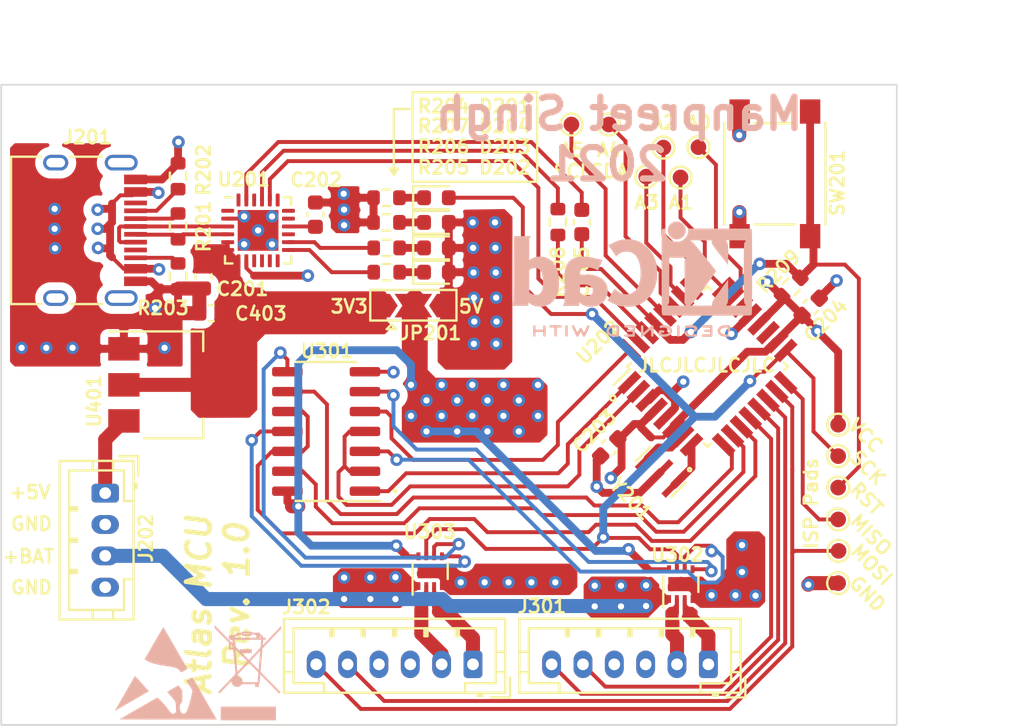
<source format=kicad_pcb>
(kicad_pcb (version 20171130) (host pcbnew "(5.1.10)-1")
  (title_block (title "Atlas MCU Board") (date 2021-10-22) (rev 1.0) (comment 4 "Manpreet Singh"))
  (layers (0 F.Cu signal) (1 In1.Cu signal hide) (2 In2.Cu signal hide) (31 B.Cu signal) (34 B.Paste user) (35 F.Paste user) (36 B.SilkS user) (37 F.SilkS user) (38 B.Mask user) (39 F.Mask user) (44 Edge.Cuts user))
  (net 0 "")
  (net 1 GND)
  (net 2 +5V)
  (net 3 +3V3)
  (net 4 VCC)
  (net 5 /Sheet60A2E58A/DTR)
  (net 6 /Sheet60A2E58A/USB_DN)
  (net 7 /Sheet60A2E58A/USB_DP)
  (net 8 /Sheet60A2E58A/IO0)
  (net 9 /Sheet60A2E58A/RXD)
  (net 10 "/Motor Driver/IN1")
  (net 11 /Sheet60A2E58A/IO1)
  (net 12 /Sheet60A2E58A/AD5_SCL)
  (net 13 /Sheet60A2E58A/AD4_SDA)
  (net 14 /Sheet60A2E58A/AD3)
  (net 15 /Sheet60A2E58A/AD2)
  (net 16 /Sheet60A2E58A/AD1)
  (net 17 /Sheet60A2E58A/AD0)
  (net 18 /Sheet60A2E58A/IO12_MISO)
  (net 19 "/Motor Driver/S4")
  (net 20 "/Motor Driver/S3")
  (net 21 "/Motor Driver/S2")
  (net 22 "/Motor Driver/S1")
  (net 23 "/Motor Driver/PWM_B")
  (net 24 "/Motor Driver/IN4")
  (net 25 "/Motor Driver/IN3")
  (net 26 "/Motor Driver/PWM_A")
  (net 27 "/Motor Driver/IN2")
  (net 28 "/Motor Driver/-M1")
  (net 29 "/Motor Driver/+M1")
  (net 30 "/Motor Driver/-M2")
  (net 31 "/Motor Driver/+M2")
  (net 32 "/Motor Driver/OUT4")
  (net 33 "/Motor Driver/OUT3")
  (net 34 "/Motor Driver/OUT2")
  (net 35 "/Motor Driver/OUT1")
  (net 36 "/Motor Driver/EN")
  (net 37 +BATT)
  (net 38 "Net-(C202-Pad2)")
  (net 39 /Sheet60A2E58A/RESET)
  (net 40 "Net-(D201-Pad1)")
  (net 41 "Net-(D202-Pad1)")
  (net 42 "Net-(D203-Pad1)")
  (net 43 "Net-(D204-Pad1)")
  (net 44 "Net-(J201-PadB8)")
  (net 45 "Net-(J201-PadA5)")
  (net 46 "Net-(J201-PadB7)")
  (net 47 "Net-(J201-PadA8)")
  (net 48 "Net-(J201-PadB5)")
  (net 49 "Net-(J201-PadS1)")
  (net 50 "Net-(R205-Pad1)")
  (net 51 "Net-(R206-Pad1)")
  (net 52 "Net-(U201-Pad24)")
  (net 53 "Net-(U201-Pad22)")
  (net 54 "Net-(U201-Pad19)")
  (net 55 "Net-(U201-Pad18)")
  (net 56 "Net-(U201-Pad17)")
  (net 57 "Net-(U201-Pad15)")
  (net 58 "Net-(U201-Pad12)")
  (net 59 "Net-(U201-Pad11)")
  (net 60 "Net-(U201-Pad10)")
  (net 61 "Net-(U201-Pad9)")
  (net 62 "Net-(U201-Pad1)")
  (net 63 "Net-(U202-Pad22)")
  (net 64 "Net-(U202-Pad19)")
  (net 65 "Net-(U202-Pad8)")
  (net 66 "Net-(U202-Pad7)")
  (module Symbol:KiCad-Logo2_6mm_SilkScreen (layer B.Cu) (at 242.0112 39.116 180)
    (fp_text reference REF** hide)
    (fp_text value KiCad-Logo2_6mm_SilkScreen hide)
  )
  (module Symbol:ESD-Logo_6.6x6mm_SilkScreen (layer B.Cu) (at 212.2678 64.9478 180)
    (fp_text reference REF** hide)
    (fp_text value ESD-Logo_6.6x6mm_SilkScreen hide)
  )
  (module Symbol:WEEE-Logo_4.2x6mm_SilkScreen (layer B.Cu) (at 217.5256 64.9351 180)
    (fp_text reference REF** hide)
    (fp_text value WEEE-Logo_4.2x6mm_SilkScreen hide)
  )
  (module MountingHole:MountingHole_2.2mm_M2_DIN965 (layer F.Cu) (at 216.3064 29.6418)
    (fp_text reference REF** hide)
    (fp_text value MountingHole_2.2mm_M2_DIN965)
    (pad 1 np_thru_hole circle (at 0 0) (size 2.2 2.2) (drill 2.2) (layers *.Cu *.Mask))
  )
  (module MountingHole:MountingHole_2.2mm_M2_DIN965 (layer F.Cu) (at 204.0382 65.9384)
    (fp_text reference REF** hide)
    (fp_text value MountingHole_2.2mm_M2_DIN965)
    (pad 1 np_thru_hole circle (at 0 0) (size 2.2 2.2) (drill 2.2) (layers *.Cu *.Mask))
  )
  (module MountingHole:MountingHole_2.2mm_M2_DIN965 (layer F.Cu) (at 256.667 65.9892)
    (fp_text reference REF** hide)
    (fp_text value MountingHole_2.2mm_M2_DIN965)
    (pad 1 np_thru_hole circle (at 0 0) (size 2.2 2.2) (drill 2.2) (layers *.Cu *.Mask))
  )
  (module MountingHole:MountingHole_2.2mm_M2_DIN965 (layer F.Cu) (at 256.667 29.6418)
    (fp_text reference REF** hide)
    (fp_text value MountingHole_2.2mm_M2_DIN965)
    (pad 1 np_thru_hole circle (at 0 0) (size 2.2 2.2) (drill 2.2) (layers *.Cu *.Mask))
  )
  (module TestPoint:TestPoint_Pad_D1.0mm (layer F.Cu) (at 255.1684 49.0982 90)
    (fp_text reference TP212 hide)
    (fp_text value TestPoint_Alt)
    (pad 1 smd circle (at 0 0 90) (size 1 1) (layers F.Cu F.Mask) (net 4 VCC))
  )
  (module TestPoint:TestPoint_Pad_D1.0mm (layer F.Cu) (at 255.1938 57.15 90)
    (fp_text reference TP211 hide)
    (fp_text value TestPoint_Alt)
    (pad 1 smd circle (at 0 0 90) (size 1 1) (layers F.Cu F.Mask) (net 19 "/Motor Driver/S4"))
  )
  (module TestPoint:TestPoint_Pad_D1.0mm (layer F.Cu) (at 255.1684 55.1434 90)
    (fp_text reference TP210 hide)
    (fp_text value TestPoint_Alt)
    (pad 1 smd circle (at 0 0 90) (size 1 1) (layers F.Cu F.Mask) (net 18 /Sheet60A2E58A/IO12_MISO))
  )
  (module TestPoint:TestPoint_Pad_D1.0mm (layer F.Cu) (at 255.1684 51.1048 90)
    (fp_text reference TP209 hide)
    (fp_text value TestPoint_Alt)
    (pad 1 smd circle (at 0 0 90) (size 1 1) (layers F.Cu F.Mask) (net 36 "/Motor Driver/EN"))
  )
  (module TestPoint:TestPoint_Pad_D1.0mm (layer F.Cu) (at 255.1684 53.1114 90)
    (fp_text reference TP208 hide)
    (fp_text value TestPoint_Alt)
    (pad 1 smd circle (at 0 0 90) (size 1 1) (layers F.Cu F.Mask) (net 39 /Sheet60A2E58A/RESET))
  )
  (module TestPoint:TestPoint_Pad_D1.0mm (layer F.Cu) (at 255.1684 59.2074 90)
    (fp_text reference TP207 hide)
    (fp_text value TestPoint_Alt)
    (pad 1 smd circle (at 0 0 90) (size 1 1) (layers F.Cu F.Mask) (net 1 GND))
  )
  (module TestPoint:TestPoint_Pad_D1.0mm (layer F.Cu) (at 246.253 31.3944 90)
    (fp_text reference TP206 hide)
    (fp_text value TestPoint_Alt)
    (pad 1 smd circle (at 0 0 90) (size 1 1) (layers F.Cu F.Mask) (net 17 /Sheet60A2E58A/AD0))
  )
  (module TestPoint:TestPoint_Pad_D1.0mm (layer F.Cu) (at 245.11 33.3248 90)
    (fp_text reference TP205 hide)
    (fp_text value TestPoint_Alt)
    (pad 1 smd circle (at 0 0 90) (size 1 1) (layers F.Cu F.Mask) (net 16 /Sheet60A2E58A/AD1))
  )
  (module TestPoint:TestPoint_Pad_D1.0mm (layer F.Cu) (at 244.0178 31.4198 90)
    (fp_text reference TP204 hide)
    (fp_text value TestPoint_Alt)
    (pad 1 smd circle (at 0 0 90) (size 1 1) (layers F.Cu F.Mask) (net 15 /Sheet60A2E58A/AD2))
  )
  (module TestPoint:TestPoint_Pad_D1.0mm (layer F.Cu) (at 242.9256 33.274 90)
    (fp_text reference TP203 hide)
    (fp_text value TestPoint_Alt)
    (pad 1 smd circle (at 0 0 90) (size 1 1) (layers F.Cu F.Mask) (net 14 /Sheet60A2E58A/AD3))
  )
  (module TestPoint:TestPoint_Pad_D1.0mm (layer F.Cu) (at 240.538 29.9466)
    (fp_text reference TP202 hide)
    (fp_text value TestPoint_Alt)
    (pad 1 smd circle (at 0 0) (size 1 1) (layers F.Cu F.Mask) (net 13 /Sheet60A2E58A/AD4_SDA))
  )
  (module TestPoint:TestPoint_Pad_D1.0mm (layer F.Cu) (at 238.1504 29.9466)
    (fp_text reference TP201 hide)
    (fp_text value TestPoint_Alt)
    (pad 1 smd circle (at 0 0) (size 1 1) (layers F.Cu F.Mask) (net 12 /Sheet60A2E58A/AD5_SCL))
  )
  (module Capacitor_SMD:C_0603_1608Metric (layer F.Cu) (at 238.8108 36.1696 270)
    (fp_text reference C205 (at 3.2004 0 90) (layer F.SilkS) (effects (font (size 0.85 0.85) (thickness 0.17))))
    (fp_text value 0.1uF)
    (pad 2 smd roundrect (at 0.775 0 270) (size 0.9 0.95) (layers F.Cu F.Paste F.Mask) (net 39 /Sheet60A2E58A/RESET))
    (pad 1 smd roundrect (at -0.775 0 270) (size 0.9 0.95) (layers F.Cu F.Paste F.Mask) (net 5 /Sheet60A2E58A/DTR))
  )
  (module Connector_JST:JST_PH_B4B-PH-K_1x04_P2.00mm_Vertical (layer F.Cu) (at 208.407 53.467 270)
    (fp_text reference J202 (at 2.8702 -2.5908 270) (layer F.SilkS) (effects (font (size 0.85 0.85) (thickness 0.17))))
    (fp_text value Conn_01x04)
    (pad 4 thru_hole oval (at 6 0 270) (size 1.2 1.75) (drill 0.75) (layers *.Cu *.Mask) (net 1 GND))
    (pad 3 thru_hole oval (at 4 0 270) (size 1.2 1.75) (drill 0.75) (layers *.Cu *.Mask) (net 37 +BATT))
    (pad 2 thru_hole oval (at 2 0 270) (size 1.2 1.75) (drill 0.75) (layers *.Cu *.Mask) (net 1 GND))
    (pad 1 thru_hole roundrect (at 0 0 270) (size 1.2 1.75) (drill 0.75) (layers *.Cu *.Mask) (roundrect_rratio 0.2083325) (net 2 +5V))
  )
  (module Capacitor_SMD:C_0603_1608Metric (layer F.Cu) (at 215.1888 41.9862 180)
    (fp_text reference C403 (at -3.1496 -0.0254 180) (layer F.SilkS) (effects (font (size 0.85 0.85) (thickness 0.17))))
    (fp_text value 10uF)
    (pad 2 smd roundrect (at 0.775 0 180) (size 0.9 0.95) (layers F.Cu F.Paste F.Mask) (net 1 GND))
    (pad 1 smd roundrect (at -0.775 0 180) (size 0.9 0.95) (layers F.Cu F.Paste F.Mask) (net 3 +3V3))
  )
  (module Package_SON:WSON-8-1EP_2x2mm_P0.5mm_EP0.9x1.6mm (layer F.Cu) (at 245.129 59.2709 90)
    (fp_text reference U302 (at 1.8796 -0.2222 180) (layer F.SilkS) (effects (font (size 0.85 0.85) (thickness 0.17))))
    (fp_text value DRV8837C)
    (pad 6 smd rect (at 0.95 0.25 90) (size 0.5 0.25) (layers F.Cu F.Paste F.Mask) (net 35 "/Motor Driver/OUT1"))
    (pad 5 smd rect (at 0.95 0.75 90) (size 0.5 0.25) (layers F.Cu F.Paste F.Mask) (net 34 "/Motor Driver/OUT2"))
    (pad 4 smd rect (at -0.95 0.75 90) (size 0.5 0.25) (layers F.Cu F.Paste F.Mask) (net 1 GND))
    (pad 2 smd rect (at -0.95 -0.25 90) (size 0.5 0.25) (layers F.Cu F.Paste F.Mask) (net 29 "/Motor Driver/+M1"))
    (pad 1 smd rect (at -0.95 -0.75 90) (size 0.5 0.25) (layers F.Cu F.Paste F.Mask) (net 37 +BATT))
    (pad 9 smd rect (at 0 0 90) (size 0.9 1.6) (layers F.Cu F.Mask) (net 1 GND))
    (pad 8 smd rect (at 0.95 -0.75 90) (size 0.5 0.25) (layers F.Cu F.Paste F.Mask) (net 4 VCC))
    (pad 7 smd rect (at 0.95 -0.25 90) (size 0.5 0.25) (layers F.Cu F.Paste F.Mask) (net 36 "/Motor Driver/EN"))
    (pad 3 smd rect (at -0.95 0.25 90) (size 0.5 0.25) (layers F.Cu F.Paste F.Mask) (net 28 "/Motor Driver/-M1"))
  )
  (module Package_SON:WSON-8-1EP_2x2mm_P0.5mm_EP0.9x1.6mm (layer F.Cu) (at 229.1398 58.4454 90)
    (fp_text reference U303 (at 2.5146 -0.0318 180) (layer F.SilkS) (effects (font (size 0.85 0.85) (thickness 0.17))))
    (fp_text value DRV8837C)
    (pad 6 smd rect (at 0.95 0.25 90) (size 0.5 0.25) (layers F.Cu F.Paste F.Mask) (net 33 "/Motor Driver/OUT3"))
    (pad 5 smd rect (at 0.95 0.75 90) (size 0.5 0.25) (layers F.Cu F.Paste F.Mask) (net 32 "/Motor Driver/OUT4"))
    (pad 4 smd rect (at -0.95 0.75 90) (size 0.5 0.25) (layers F.Cu F.Paste F.Mask) (net 1 GND))
    (pad 2 smd rect (at -0.95 -0.25 90) (size 0.5 0.25) (layers F.Cu F.Paste F.Mask) (net 31 "/Motor Driver/+M2"))
    (pad 1 smd rect (at -0.95 -0.75 90) (size 0.5 0.25) (layers F.Cu F.Paste F.Mask) (net 37 +BATT))
    (pad 9 smd rect (at 0 0 90) (size 0.9 1.6) (layers F.Cu F.Mask) (net 1 GND))
    (pad 8 smd rect (at 0.95 -0.75 90) (size 0.5 0.25) (layers F.Cu F.Paste F.Mask) (net 4 VCC))
    (pad 7 smd rect (at 0.95 -0.25 90) (size 0.5 0.25) (layers F.Cu F.Paste F.Mask) (net 36 "/Motor Driver/EN"))
    (pad 3 smd rect (at -0.95 0.25 90) (size 0.5 0.25) (layers F.Cu F.Paste F.Mask) (net 30 "/Motor Driver/-M2"))
  )
  (module Package_SO:SOIC-14_3.9x8.7mm_P1.27mm (layer F.Cu) (at 222.504 49.53 180)
    (fp_text reference U301 (at -0.0508 5.1308) (layer F.SilkS) (effects (font (size 0.85 0.85) (thickness 0.17))))
    (fp_text value 74LS08)
    (pad 14 smd roundrect (at 2.475 -3.81 180) (size 1.95 0.6) (layers F.Cu F.Paste F.Mask) (net 4 VCC))
    (pad 13 smd roundrect (at 2.475 -2.54 180) (size 1.95 0.6) (layers F.Cu F.Paste F.Mask) (net 24 "/Motor Driver/IN4"))
    (pad 12 smd roundrect (at 2.475 -1.27 180) (size 1.95 0.6) (layers F.Cu F.Paste F.Mask) (net 23 "/Motor Driver/PWM_B"))
    (pad 11 smd roundrect (at 2.475 0 180) (size 1.95 0.6) (layers F.Cu F.Paste F.Mask) (net 32 "/Motor Driver/OUT4"))
    (pad 10 smd roundrect (at 2.475 1.27 180) (size 1.95 0.6) (layers F.Cu F.Paste F.Mask) (net 23 "/Motor Driver/PWM_B"))
    (pad 9 smd roundrect (at 2.475 2.54 180) (size 1.95 0.6) (layers F.Cu F.Paste F.Mask) (net 25 "/Motor Driver/IN3"))
    (pad 8 smd roundrect (at 2.475 3.81 180) (size 1.95 0.6) (layers F.Cu F.Paste F.Mask) (net 33 "/Motor Driver/OUT3"))
    (pad 7 smd roundrect (at -2.475 3.81 180) (size 1.95 0.6) (layers F.Cu F.Paste F.Mask) (net 1 GND))
    (pad 6 smd roundrect (at -2.475 2.54 180) (size 1.95 0.6) (layers F.Cu F.Paste F.Mask) (net 34 "/Motor Driver/OUT2"))
    (pad 5 smd roundrect (at -2.475 1.27 180) (size 1.95 0.6) (layers F.Cu F.Paste F.Mask) (net 10 "/Motor Driver/IN1"))
    (pad 4 smd roundrect (at -2.475 0 180) (size 1.95 0.6) (layers F.Cu F.Paste F.Mask) (net 26 "/Motor Driver/PWM_A"))
    (pad 3 smd roundrect (at -2.475 -1.27 180) (size 1.95 0.6) (layers F.Cu F.Paste F.Mask) (net 35 "/Motor Driver/OUT1"))
    (pad 2 smd roundrect (at -2.475 -2.54 180) (size 1.95 0.6) (layers F.Cu F.Paste F.Mask) (net 26 "/Motor Driver/PWM_A"))
    (pad 1 smd roundrect (at -2.475 -3.81 180) (size 1.95 0.6) (layers F.Cu F.Paste F.Mask) (net 27 "/Motor Driver/IN2"))
  )
  (module Connector_JST:JST_PH_B6B-PH-K_1x06_P2.00mm_Vertical (layer F.Cu) (at 231.87 64.389 180)
    (fp_text reference J302 (at 10.636 3.6576) (layer F.SilkS) (effects (font (size 0.85 0.85) (thickness 0.17))))
    (fp_text value Conn_01x06)
    (pad 6 thru_hole oval (at 10 0 180) (size 1.2 1.75) (drill 0.75) (layers *.Cu *.Mask) (net 19 "/Motor Driver/S4"))
    (pad 5 thru_hole oval (at 8 0 180) (size 1.2 1.75) (drill 0.75) (layers *.Cu *.Mask) (net 20 "/Motor Driver/S3"))
    (pad 4 thru_hole oval (at 6 0 180) (size 1.2 1.75) (drill 0.75) (layers *.Cu *.Mask) (net 1 GND))
    (pad 3 thru_hole oval (at 4 0 180) (size 1.2 1.75) (drill 0.75) (layers *.Cu *.Mask) (net 2 +5V))
    (pad 2 thru_hole oval (at 2 0 180) (size 1.2 1.75) (drill 0.75) (layers *.Cu *.Mask) (net 31 "/Motor Driver/+M2"))
    (pad 1 thru_hole roundrect (at 0 0 180) (size 1.2 1.75) (drill 0.75) (layers *.Cu *.Mask) (roundrect_rratio 0.2083325) (net 30 "/Motor Driver/-M2"))
  )
  (module Connector_JST:JST_PH_B6B-PH-K_1x06_P2.00mm_Vertical (layer F.Cu) (at 246.887 64.389 180)
    (fp_text reference J301 (at 10.6162 3.7084) (layer F.SilkS) (effects (font (size 0.85 0.85) (thickness 0.17))))
    (fp_text value Conn_01x06)
    (pad 6 thru_hole oval (at 10 0 180) (size 1.2 1.75) (drill 0.75) (layers *.Cu *.Mask) (net 21 "/Motor Driver/S2"))
    (pad 5 thru_hole oval (at 8 0 180) (size 1.2 1.75) (drill 0.75) (layers *.Cu *.Mask) (net 22 "/Motor Driver/S1"))
    (pad 4 thru_hole oval (at 6 0 180) (size 1.2 1.75) (drill 0.75) (layers *.Cu *.Mask) (net 1 GND))
    (pad 3 thru_hole oval (at 4 0 180) (size 1.2 1.75) (drill 0.75) (layers *.Cu *.Mask) (net 2 +5V))
    (pad 2 thru_hole oval (at 2 0 180) (size 1.2 1.75) (drill 0.75) (layers *.Cu *.Mask) (net 29 "/Motor Driver/+M1"))
    (pad 1 thru_hole roundrect (at 0 0 180) (size 1.2 1.75) (drill 0.75) (layers *.Cu *.Mask) (roundrect_rratio 0.2083325) (net 28 "/Motor Driver/-M1"))
  )
  (module LED_SMD:LED_0603_1608Metric (layer F.Cu) (at 229.5398 36.195)
    (fp_text reference D204 (at 4.3688 -6.1468) (layer F.SilkS) (effects (font (size 0.85 0.85) (thickness 0.17))))
    (fp_text value GREEN)
    (pad 2 smd roundrect (at 0.7875 0) (size 0.875 0.95) (layers F.Cu F.Paste F.Mask) (net 2 +5V))
    (pad 1 smd roundrect (at -0.7875 0) (size 0.875 0.95) (layers F.Cu F.Paste F.Mask) (net 43 "Net-(D204-Pad1)"))
  )
  (module LED_SMD:LED_0603_1608Metric (layer F.Cu) (at 229.5398 34.6202)
    (fp_text reference D201 (at 4.3688 -5.842) (layer F.SilkS) (effects (font (size 0.85 0.85) (thickness 0.17))))
    (fp_text value YELLOW)
    (pad 2 smd roundrect (at 0.7875 0) (size 0.875 0.95) (layers F.Cu F.Paste F.Mask) (net 36 "/Motor Driver/EN"))
    (pad 1 smd roundrect (at -0.7875 0) (size 0.875 0.95) (layers F.Cu F.Paste F.Mask) (net 40 "Net-(D201-Pad1)"))
  )
  (module LED_SMD:LED_0603_1608Metric (layer F.Cu) (at 229.5398 37.8206)
    (fp_text reference D203 (at 4.3688 -6.4516) (layer F.SilkS) (effects (font (size 0.85 0.85) (thickness 0.17))))
    (fp_text value RED)
    (pad 2 smd roundrect (at 0.7875 0) (size 0.875 0.95) (layers F.Cu F.Paste F.Mask) (net 2 +5V))
    (pad 1 smd roundrect (at -0.7875 0) (size 0.875 0.95) (layers F.Cu F.Paste F.Mask) (net 42 "Net-(D203-Pad1)"))
  )
  (module LED_SMD:LED_0603_1608Metric (layer F.Cu) (at 229.5398 39.37)
    (fp_text reference D202 (at 4.3688 -6.6802) (layer F.SilkS) (effects (font (size 0.85 0.85) (thickness 0.17))))
    (fp_text value RED)
    (pad 2 smd roundrect (at 0.7875 0) (size 0.875 0.95) (layers F.Cu F.Paste F.Mask) (net 2 +5V))
    (pad 1 smd roundrect (at -0.7875 0) (size 0.875 0.95) (layers F.Cu F.Paste F.Mask) (net 41 "Net-(D202-Pad1)"))
  )
  (module Resistor_SMD:R_0603_1608Metric (layer F.Cu) (at 213.0552 36.449 90)
    (fp_text reference R201 (at 0 1.6256 90) (layer F.SilkS) (effects (font (size 0.85 0.85) (thickness 0.17))))
    (fp_text value 0)
    (pad 2 smd roundrect (at 0.825 0 90) (size 0.8 0.95) (layers F.Cu F.Paste F.Mask) (net 46 "Net-(J201-PadB7)"))
    (pad 1 smd roundrect (at -0.825 0 90) (size 0.8 0.95) (layers F.Cu F.Paste F.Mask) (net 6 /Sheet60A2E58A/USB_DN))
  )
  (module Button_Switch_SMD:SW_Push_1P1T_NO_6x6mm_H9.5mm (layer F.Cu) (at 251.1298 33.0962 270)
    (fp_text reference SW201 (at 0.5842 -3.9878 270) (layer F.SilkS) (effects (font (size 0.85 0.85) (thickness 0.17))))
    (fp_text value SW_SPST)
    (pad 2 smd rect (at 3.975 2.25 270) (size 1.55 1.3) (layers F.Cu F.Paste F.Mask) (net 1 GND))
    (pad 1 smd rect (at 3.975 -2.25 270) (size 1.55 1.3) (layers F.Cu F.Paste F.Mask) (net 39 /Sheet60A2E58A/RESET))
    (pad 1 smd rect (at -3.975 -2.25 270) (size 1.55 1.3) (layers F.Cu F.Paste F.Mask) (net 39 /Sheet60A2E58A/RESET))
    (pad 2 smd rect (at -3.975 2.25 270) (size 1.55 1.3) (layers F.Cu F.Paste F.Mask) (net 1 GND))
  )
  (module SamacSys_Parts:CSTNE16M0V530000R0 (layer F.Cu) (at 244.150849 51.805208 135)
    (fp_text reference Y201 (at 0.104409 -2.993353 135) (layer F.SilkS) (effects (font (size 0.85 0.85) (thickness 0.17))))
    (fp_text value CSTNE16M0V53-R0)
    (pad 3 smd rect (at 1.2 -0.425 135) (size 0.4 1.9) (layers F.Cu F.Paste F.Mask) (net 66 "Net-(U202-Pad7)"))
    (pad 2 smd rect (at 0 -0.425 135) (size 0.4 1.9) (layers F.Cu F.Paste F.Mask) (net 1 GND))
    (pad 1 smd rect (at -1.2 -0.425 135) (size 0.4 1.9) (layers F.Cu F.Paste F.Mask) (net 65 "Net-(U202-Pad8)"))
  )
  (module Package_TO_SOT_SMD:SOT-223-3_TabPin2 (layer F.Cu) (at 212.7504 46.5582)
    (fp_text reference U401 (at -5.0546 1.0414 90) (layer F.SilkS) (effects (font (size 0.85 0.85) (thickness 0.17))))
    (fp_text value AMS1117-3.3)
    (pad 1 smd rect (at -3.15 -2.3) (size 2 1.5) (layers F.Cu F.Paste F.Mask) (net 1 GND))
    (pad 3 smd rect (at -3.15 2.3) (size 2 1.5) (layers F.Cu F.Paste F.Mask) (net 2 +5V))
    (pad 2 smd rect (at -3.15 0) (size 2 1.5) (layers F.Cu F.Paste F.Mask) (net 3 +3V3))
    (pad 2 smd rect (at 3.15 0) (size 2 3.8) (layers F.Cu F.Paste F.Mask) (net 3 +3V3))
  )
  (module Package_DFN_QFN:QFN-24-1EP_4x4mm_P0.5mm_EP2.6x2.6mm (layer F.Cu) (at 218.1606 36.703)
    (fp_text reference U201 (at -0.9144 -3.2512) (layer F.SilkS) (effects (font (size 0.85 0.85) (thickness 0.17))))
    (fp_text value CP2104)
    (pad 25 smd rect (at 0 0) (size 2.6 2.6) (layers F.Cu F.Mask) (net 1 GND))
    (pad 24 smd roundrect (at -1.25 -1.9375) (size 0.25 0.825) (layers F.Cu F.Paste F.Mask) (net 52 "Net-(U201-Pad24)"))
    (pad 23 smd roundrect (at -0.75 -1.9375) (size 0.25 0.825) (layers F.Cu F.Paste F.Mask) (net 5 /Sheet60A2E58A/DTR))
    (pad 22 smd roundrect (at -0.25 -1.9375) (size 0.25 0.825) (layers F.Cu F.Paste F.Mask) (net 53 "Net-(U201-Pad22)"))
    (pad 21 smd roundrect (at 0.25 -1.9375) (size 0.25 0.825) (layers F.Cu F.Paste F.Mask) (net 9 /Sheet60A2E58A/RXD))
    (pad 20 smd roundrect (at 0.75 -1.9375) (size 0.25 0.825) (layers F.Cu F.Paste F.Mask) (net 11 /Sheet60A2E58A/IO1))
    (pad 19 smd roundrect (at 1.25 -1.9375) (size 0.25 0.825) (layers F.Cu F.Paste F.Mask) (net 54 "Net-(U201-Pad19)"))
    (pad 18 smd roundrect (at 1.9375 -1.25) (size 0.825 0.25) (layers F.Cu F.Paste F.Mask) (net 55 "Net-(U201-Pad18)"))
    (pad 17 smd roundrect (at 1.9375 -0.75) (size 0.825 0.25) (layers F.Cu F.Paste F.Mask) (net 56 "Net-(U201-Pad17)"))
    (pad 16 smd roundrect (at 1.9375 -0.25) (size 0.825 0.25) (layers F.Cu F.Paste F.Mask) (net 38 "Net-(C202-Pad2)"))
    (pad 15 smd roundrect (at 1.9375 0.25) (size 0.825 0.25) (layers F.Cu F.Paste F.Mask) (net 57 "Net-(U201-Pad15)"))
    (pad 14 smd roundrect (at 1.9375 0.75) (size 0.825 0.25) (layers F.Cu F.Paste F.Mask) (net 51 "Net-(R206-Pad1)"))
    (pad 13 smd roundrect (at 1.9375 1.25) (size 0.825 0.25) (layers F.Cu F.Paste F.Mask) (net 50 "Net-(R205-Pad1)"))
    (pad 12 smd roundrect (at 1.25 1.9375) (size 0.25 0.825) (layers F.Cu F.Paste F.Mask) (net 58 "Net-(U201-Pad12)"))
    (pad 11 smd roundrect (at 0.75 1.9375) (size 0.25 0.825) (layers F.Cu F.Paste F.Mask) (net 59 "Net-(U201-Pad11)"))
    (pad 10 smd roundrect (at 0.25 1.9375) (size 0.25 0.825) (layers F.Cu F.Paste F.Mask) (net 60 "Net-(U201-Pad10)"))
    (pad 9 smd roundrect (at -0.25 1.9375) (size 0.25 0.825) (layers F.Cu F.Paste F.Mask) (net 61 "Net-(U201-Pad9)"))
    (pad 8 smd roundrect (at -0.75 1.9375) (size 0.25 0.825) (layers F.Cu F.Paste F.Mask) (net 2 +5V))
    (pad 7 smd roundrect (at -1.25 1.9375) (size 0.25 0.825) (layers F.Cu F.Paste F.Mask) (net 3 +3V3))
    (pad 6 smd roundrect (at -1.9375 1.25) (size 0.825 0.25) (layers F.Cu F.Paste F.Mask) (net 3 +3V3))
    (pad 5 smd roundrect (at -1.9375 0.75) (size 0.825 0.25) (layers F.Cu F.Paste F.Mask) (net 3 +3V3))
    (pad 4 smd roundrect (at -1.9375 0.25) (size 0.825 0.25) (layers F.Cu F.Paste F.Mask) (net 6 /Sheet60A2E58A/USB_DN))
    (pad 3 smd roundrect (at -1.9375 -0.25) (size 0.825 0.25) (layers F.Cu F.Paste F.Mask) (net 7 /Sheet60A2E58A/USB_DP))
    (pad 2 smd roundrect (at -1.9375 -0.75) (size 0.825 0.25) (layers F.Cu F.Paste F.Mask) (net 1 GND))
    (pad 1 smd roundrect (at -1.9375 -1.25) (size 0.825 0.25) (layers F.Cu F.Paste F.Mask) (net 62 "Net-(U201-Pad1)"))
  )
  (module Package_QFP:TQFP-32_7x7mm_P0.8mm (layer F.Cu) (at 246.8372 45.3898 45)
    (fp_text reference U202 (at -3.825589 -6.016772 45) (layer F.SilkS) (effects (font (size 0.85 0.85) (thickness 0.17))))
    (fp_text value ATmega328P-AU)
    (pad 32 smd rect (at -2.8 -4.25 135) (size 1.6 0.55) (layers F.Cu F.Paste F.Mask) (net 10 "/Motor Driver/IN1"))
    (pad 31 smd rect (at -2 -4.25 135) (size 1.6 0.55) (layers F.Cu F.Paste F.Mask) (net 11 /Sheet60A2E58A/IO1))
    (pad 30 smd rect (at -1.2 -4.25 135) (size 1.6 0.55) (layers F.Cu F.Paste F.Mask) (net 8 /Sheet60A2E58A/IO0))
    (pad 29 smd rect (at -0.4 -4.25 135) (size 1.6 0.55) (layers F.Cu F.Paste F.Mask) (net 39 /Sheet60A2E58A/RESET))
    (pad 28 smd rect (at 0.4 -4.25 135) (size 1.6 0.55) (layers F.Cu F.Paste F.Mask) (net 12 /Sheet60A2E58A/AD5_SCL))
    (pad 27 smd rect (at 1.2 -4.25 135) (size 1.6 0.55) (layers F.Cu F.Paste F.Mask) (net 13 /Sheet60A2E58A/AD4_SDA))
    (pad 26 smd rect (at 2 -4.25 135) (size 1.6 0.55) (layers F.Cu F.Paste F.Mask) (net 14 /Sheet60A2E58A/AD3))
    (pad 25 smd rect (at 2.8 -4.25 135) (size 1.6 0.55) (layers F.Cu F.Paste F.Mask) (net 15 /Sheet60A2E58A/AD2))
    (pad 24 smd rect (at 4.25 -2.8 45) (size 1.6 0.55) (layers F.Cu F.Paste F.Mask) (net 16 /Sheet60A2E58A/AD1))
    (pad 23 smd rect (at 4.25 -2 45) (size 1.6 0.55) (layers F.Cu F.Paste F.Mask) (net 17 /Sheet60A2E58A/AD0))
    (pad 22 smd rect (at 4.25 -1.2 45) (size 1.6 0.55) (layers F.Cu F.Paste F.Mask) (net 63 "Net-(U202-Pad22)"))
    (pad 21 smd rect (at 4.25 -0.4 45) (size 1.6 0.55) (layers F.Cu F.Paste F.Mask) (net 1 GND))
    (pad 20 smd rect (at 4.25 0.4 45) (size 1.6 0.55) (layers F.Cu F.Paste F.Mask) (net 4 VCC))
    (pad 19 smd rect (at 4.25 1.2 45) (size 1.6 0.55) (layers F.Cu F.Paste F.Mask) (net 64 "Net-(U202-Pad19)"))
    (pad 18 smd rect (at 4.25 2 45) (size 1.6 0.55) (layers F.Cu F.Paste F.Mask) (net 4 VCC))
    (pad 17 smd rect (at 4.25 2.8 45) (size 1.6 0.55) (layers F.Cu F.Paste F.Mask) (net 36 "/Motor Driver/EN"))
    (pad 16 smd rect (at 2.8 4.25 135) (size 1.6 0.55) (layers F.Cu F.Paste F.Mask) (net 18 /Sheet60A2E58A/IO12_MISO))
    (pad 15 smd rect (at 2 4.25 135) (size 1.6 0.55) (layers F.Cu F.Paste F.Mask) (net 19 "/Motor Driver/S4"))
    (pad 14 smd rect (at 1.2 4.25 135) (size 1.6 0.55) (layers F.Cu F.Paste F.Mask) (net 20 "/Motor Driver/S3"))
    (pad 13 smd rect (at 0.4 4.25 135) (size 1.6 0.55) (layers F.Cu F.Paste F.Mask) (net 21 "/Motor Driver/S2"))
    (pad 12 smd rect (at -0.4 4.25 135) (size 1.6 0.55) (layers F.Cu F.Paste F.Mask) (net 22 "/Motor Driver/S1"))
    (pad 11 smd rect (at -1.2 4.25 135) (size 1.6 0.55) (layers F.Cu F.Paste F.Mask) (net 23 "/Motor Driver/PWM_B"))
    (pad 10 smd rect (at -2 4.25 135) (size 1.6 0.55) (layers F.Cu F.Paste F.Mask) (net 24 "/Motor Driver/IN4"))
    (pad 9 smd rect (at -2.8 4.25 135) (size 1.6 0.55) (layers F.Cu F.Paste F.Mask) (net 25 "/Motor Driver/IN3"))
    (pad 8 smd rect (at -4.25 2.8 45) (size 1.6 0.55) (layers F.Cu F.Paste F.Mask) (net 65 "Net-(U202-Pad8)"))
    (pad 7 smd rect (at -4.25 2 45) (size 1.6 0.55) (layers F.Cu F.Paste F.Mask) (net 66 "Net-(U202-Pad7)"))
    (pad 6 smd rect (at -4.25 1.2 45) (size 1.6 0.55) (layers F.Cu F.Paste F.Mask) (net 4 VCC))
    (pad 5 smd rect (at -4.25 0.4 45) (size 1.6 0.55) (layers F.Cu F.Paste F.Mask) (net 1 GND))
    (pad 4 smd rect (at -4.25 -0.4 45) (size 1.6 0.55) (layers F.Cu F.Paste F.Mask) (net 4 VCC))
    (pad 3 smd rect (at -4.25 -1.2 45) (size 1.6 0.55) (layers F.Cu F.Paste F.Mask) (net 1 GND))
    (pad 2 smd rect (at -4.25 -2 45) (size 1.6 0.55) (layers F.Cu F.Paste F.Mask) (net 26 "/Motor Driver/PWM_A"))
    (pad 1 smd rect (at -4.25 -2.8 45) (size 1.6 0.55) (layers F.Cu F.Paste F.Mask) (net 27 "/Motor Driver/IN2"))
  )
  (module Resistor_SMD:R_0603_1608Metric (layer F.Cu) (at 252.1712 40.3098 225)
    (fp_text reference R209 (at -0.125724 1.275196 45) (layer F.SilkS) (effects (font (size 0.85 0.85) (thickness 0.17))))
    (fp_text value 10K)
    (pad 2 smd roundrect (at 0.825 0 225) (size 0.8 0.95) (layers F.Cu F.Paste F.Mask) (net 4 VCC))
    (pad 1 smd roundrect (at -0.825 0 225) (size 0.8 0.95) (layers F.Cu F.Paste F.Mask) (net 39 /Sheet60A2E58A/RESET))
  )
  (module Resistor_SMD:R_0603_1608Metric (layer F.Cu) (at 237.2868 36.1696 270)
    (fp_text reference R208 (at 3.2004 0 90) (layer F.SilkS) (effects (font (size 0.85 0.85) (thickness 0.17))))
    (fp_text value 1K)
    (pad 2 smd roundrect (at 0.825 0 270) (size 0.8 0.95) (layers F.Cu F.Paste F.Mask) (net 8 /Sheet60A2E58A/IO0))
    (pad 1 smd roundrect (at -0.825 0 270) (size 0.8 0.95) (layers F.Cu F.Paste F.Mask) (net 9 /Sheet60A2E58A/RXD))
  )
  (module Resistor_SMD:R_0603_1608Metric (layer F.Cu) (at 226.3526 36.195 180)
    (fp_text reference R207 (at -3.6444 6.1468) (layer F.SilkS) (effects (font (size 0.85 0.85) (thickness 0.17))))
    (fp_text value R)
    (pad 2 smd roundrect (at 0.825 0 180) (size 0.8 0.95) (layers F.Cu F.Paste F.Mask) (net 1 GND))
    (pad 1 smd roundrect (at -0.825 0 180) (size 0.8 0.95) (layers F.Cu F.Paste F.Mask) (net 43 "Net-(D204-Pad1)"))
  )
  (module Resistor_SMD:R_0603_1608Metric (layer F.Cu) (at 226.3516 34.6202 180)
    (fp_text reference R204 (at -3.6454 5.842) (layer F.SilkS) (effects (font (size 0.85 0.85) (thickness 0.17))))
    (fp_text value R)
    (pad 2 smd roundrect (at 0.825 0 180) (size 0.8 0.95) (layers F.Cu F.Paste F.Mask) (net 1 GND))
    (pad 1 smd roundrect (at -0.825 0 180) (size 0.8 0.95) (layers F.Cu F.Paste F.Mask) (net 40 "Net-(D201-Pad1)"))
  )
  (module Resistor_SMD:R_0603_1608Metric (layer F.Cu) (at 226.3648 37.8206)
    (fp_text reference R206 (at 3.6322 -6.4516) (layer F.SilkS) (effects (font (size 0.85 0.85) (thickness 0.17))))
    (fp_text value 1K)
    (pad 2 smd roundrect (at 0.825 0) (size 0.8 0.95) (layers F.Cu F.Paste F.Mask) (net 42 "Net-(D203-Pad1)"))
    (pad 1 smd roundrect (at -0.825 0) (size 0.8 0.95) (layers F.Cu F.Paste F.Mask) (net 51 "Net-(R206-Pad1)"))
  )
  (module Resistor_SMD:R_0603_1608Metric (layer F.Cu) (at 226.3648 39.37)
    (fp_text reference R205 (at 3.6322 -6.6802) (layer F.SilkS) (effects (font (size 0.85 0.85) (thickness 0.17))))
    (fp_text value 1K)
    (pad 2 smd roundrect (at 0.825 0) (size 0.8 0.95) (layers F.Cu F.Paste F.Mask) (net 41 "Net-(D202-Pad1)"))
    (pad 1 smd roundrect (at -0.825 0) (size 0.8 0.95) (layers F.Cu F.Paste F.Mask) (net 50 "Net-(R205-Pad1)"))
  )
  (module Resistor_SMD:R_0603_1608Metric (layer F.Cu) (at 213.0552 39.6362 90)
    (fp_text reference R203 (at -2.0198 -0.9652) (layer F.SilkS) (effects (font (size 0.85 0.85) (thickness 0.17))))
    (fp_text value 5.11K)
    (pad 2 smd roundrect (at 0.825 0 90) (size 0.8 0.95) (layers F.Cu F.Paste F.Mask) (net 48 "Net-(J201-PadB5)"))
    (pad 1 smd roundrect (at -0.825 0 90) (size 0.8 0.95) (layers F.Cu F.Paste F.Mask) (net 1 GND))
  )
  (module Resistor_SMD:R_0603_1608Metric (layer F.Cu) (at 213.0552 33.2486 270)
    (fp_text reference R202 (at -0.4064 -1.6256 90) (layer F.SilkS) (effects (font (size 0.85 0.85) (thickness 0.17))))
    (fp_text value 5.11K)
    (pad 2 smd roundrect (at 0.825 0 270) (size 0.8 0.95) (layers F.Cu F.Paste F.Mask) (net 45 "Net-(J201-PadA5)"))
    (pad 1 smd roundrect (at -0.825 0 270) (size 0.8 0.95) (layers F.Cu F.Paste F.Mask) (net 1 GND))
  )
  (module Jumper:SolderJumper-3_P2.0mm_Open_TrianglePad1.0x1.5mm (layer F.Cu) (at 228.0666 41.5036)
    (fp_text reference JP201 (at 1.0922 1.7526) (layer F.SilkS) (effects (font (size 0.85 0.85) (thickness 0.17))))
    (fp_text value SolderJumper_3_Open)
    (pad 3 smd custom (at 2 0 180) (size 0.3 0.3) (layers F.Cu F.Mask) (net 2 +5V) (options (clearance outline) (anchor rect)) (primitives (gr_poly (pts (xy -0.5 -0.75) (xy 0.5 -0.75) (xy 1 0) (xy 0.5 0.75) (xy -0.5 0.75)) (width 0))))
    (pad 2 smd custom (at 0 0) (size 0.3 0.3) (layers F.Cu) (net 4 VCC) (options (clearance outline) (anchor rect)) (primitives (gr_poly (pts (xy -1.2 -0.75) (xy 1.2 -0.75) (xy 0.7 0) (xy 1.2 0.75) (xy -1.2 0.75) (xy -0.7 0)) (width 0))))
    (pad 1 smd custom (at -2 0) (size 0.3 0.3) (layers F.Cu F.Mask) (net 3 +3V3) (options (clearance outline) (anchor rect)) (primitives (gr_poly (pts (xy -0.5 -0.75) (xy 0.5 -0.75) (xy 1 0) (xy 0.5 0.75) (xy -0.5 0.75)) (width 0))))
  )
  (module Connector_USB:USB_C_Receptacle_HRO_TYPE-C-31-M-12 (layer F.Cu) (at 206.2988 36.703 270)
    (fp_text reference J201 (at -5.9436 -0.9652 180) (layer F.SilkS) (effects (font (size 0.85 0.85) (thickness 0.17))))
    (fp_text value USB_C_Receptacle_USB2.0)
    (pad B1 smd rect (at 3.25 -4.045 270) (size 0.6 1.45) (layers F.Cu F.Paste F.Mask) (net 1 GND))
    (pad A9 smd rect (at 2.45 -4.045 270) (size 0.6 1.45) (layers F.Cu F.Paste F.Mask) (net 2 +5V))
    (pad B9 smd rect (at -2.45 -4.045 270) (size 0.6 1.45) (layers F.Cu F.Paste F.Mask) (net 2 +5V))
    (pad B12 smd rect (at -3.25 -4.045 270) (size 0.6 1.45) (layers F.Cu F.Paste F.Mask) (net 1 GND))
    (pad A1 smd rect (at -3.25 -4.045 270) (size 0.6 1.45) (layers F.Cu F.Paste F.Mask) (net 1 GND))
    (pad A4 smd rect (at -2.45 -4.045 270) (size 0.6 1.45) (layers F.Cu F.Paste F.Mask) (net 2 +5V))
    (pad B4 smd rect (at 2.45 -4.045 270) (size 0.6 1.45) (layers F.Cu F.Paste F.Mask) (net 2 +5V))
    (pad A12 smd rect (at 3.25 -4.045 270) (size 0.6 1.45) (layers F.Cu F.Paste F.Mask) (net 1 GND))
    (pad B8 smd rect (at -1.75 -4.045 270) (size 0.3 1.45) (layers F.Cu F.Paste F.Mask) (net 44 "Net-(J201-PadB8)"))
    (pad A5 smd rect (at -1.25 -4.045 270) (size 0.3 1.45) (layers F.Cu F.Paste F.Mask) (net 45 "Net-(J201-PadA5)"))
    (pad B7 smd rect (at -0.75 -4.045 270) (size 0.3 1.45) (layers F.Cu F.Paste F.Mask) (net 46 "Net-(J201-PadB7)"))
    (pad A7 smd rect (at 0.25 -4.045 270) (size 0.3 1.45) (layers F.Cu F.Paste F.Mask) (net 6 /Sheet60A2E58A/USB_DN))
    (pad B6 smd rect (at 0.75 -4.045 270) (size 0.3 1.45) (layers F.Cu F.Paste F.Mask) (net 7 /Sheet60A2E58A/USB_DP))
    (pad A8 smd rect (at 1.25 -4.045 270) (size 0.3 1.45) (layers F.Cu F.Paste F.Mask) (net 47 "Net-(J201-PadA8)"))
    (pad B5 smd rect (at 1.75 -4.045 270) (size 0.3 1.45) (layers F.Cu F.Paste F.Mask) (net 48 "Net-(J201-PadB5)"))
    (pad A6 smd rect (at -0.25 -4.045 270) (size 0.3 1.45) (layers F.Cu F.Paste F.Mask) (net 7 /Sheet60A2E58A/USB_DP))
    (pad S1 thru_hole oval (at 4.32 -3.13 270) (size 1 2.1) (drill oval 0.6 1.7) (layers *.Cu *.Mask) (net 49 "Net-(J201-PadS1)"))
    (pad S1 thru_hole oval (at -4.32 -3.13 270) (size 1 2.1) (drill oval 0.6 1.7) (layers *.Cu *.Mask) (net 49 "Net-(J201-PadS1)"))
    (pad "" np_thru_hole circle (at -2.89 -2.6 270) (size 0.65 0.65) (drill 0.65) (layers *.Cu *.Mask))
    (pad S1 thru_hole oval (at -4.32 1.05 270) (size 1 1.6) (drill oval 0.6 1.2) (layers *.Cu *.Mask) (net 49 "Net-(J201-PadS1)"))
    (pad "" np_thru_hole circle (at 2.89 -2.6 270) (size 0.65 0.65) (drill 0.65) (layers *.Cu *.Mask))
    (pad S1 thru_hole oval (at 4.32 1.05 270) (size 1 1.6) (drill oval 0.6 1.2) (layers *.Cu *.Mask) (net 49 "Net-(J201-PadS1)"))
  )
  (module Capacitor_SMD:C_0603_1608Metric (layer F.Cu) (at 253.4158 41.5798 225)
    (fp_text reference C204 (at -0.053882 -1.311117 45) (layer F.SilkS) (effects (font (size 0.85 0.85) (thickness 0.17))))
    (fp_text value 0.1uF)
    (pad 2 smd roundrect (at 0.775 0 225) (size 0.9 0.95) (layers F.Cu F.Paste F.Mask) (net 4 VCC))
    (pad 1 smd roundrect (at -0.775 0 225) (size 0.9 0.95) (layers F.Cu F.Paste F.Mask) (net 1 GND))
  )
  (module Capacitor_SMD:C_0603_1608Metric (layer F.Cu) (at 240.5634 50.546 45)
    (fp_text reference C203 (at 0.053882 -1.382959 45) (layer F.SilkS) (effects (font (size 0.85 0.85) (thickness 0.17))))
    (fp_text value 0.1uF)
    (pad 2 smd roundrect (at 0.775 0 45) (size 0.9 0.95) (layers F.Cu F.Paste F.Mask) (net 4 VCC))
    (pad 1 smd roundrect (at -0.775 0 45) (size 0.9 0.95) (layers F.Cu F.Paste F.Mask) (net 1 GND))
  )
  (module Capacitor_SMD:C_0603_1608Metric (layer F.Cu) (at 214.6808 39.637 90)
    (fp_text reference C201 (at -0.7998 2.4892 180) (layer F.SilkS) (effects (font (size 0.85 0.85) (thickness 0.17))))
    (fp_text value 0.1uF)
    (pad 2 smd roundrect (at 0.775 0 90) (size 0.9 0.95) (layers F.Cu F.Paste F.Mask) (net 3 +3V3))
    (pad 1 smd roundrect (at -0.775 0 90) (size 0.9 0.95) (layers F.Cu F.Paste F.Mask) (net 1 GND))
  )
  (module Capacitor_SMD:C_0603_1608Metric (layer F.Cu) (at 221.8182 35.7 270)
    (fp_text reference C202 (at -2.2228 -0.0508 180) (layer F.SilkS) (effects (font (size 0.85 0.85) (thickness 0.17))))
    (fp_text value 10uF)
    (pad 2 smd roundrect (at 0.775 0 270) (size 0.9 0.95) (layers F.Cu F.Paste F.Mask) (net 38 "Net-(C202-Pad2)"))
    (pad 1 smd roundrect (at -0.775 0 270) (size 0.9 0.95) (layers F.Cu F.Paste F.Mask) (net 1 GND))
  )
  (gr_circle (center 226.890619 53.3273) (end 226.954119 53.3781) (layer F.SilkS) (width 0.153))
  (gr_text "Atlas MCU \nRev. 1.0" (at 215.5952 60.0075 90) (layer F.SilkS) (effects (font (size 1.5 1.5) (thickness 0.3) italic)))
  (gr_text GND (at 203.708 59.4868) (layer F.SilkS) (effects (font (size 0.85 0.85) (thickness 0.17))))
  (gr_text +BAT (at 203.5048 57.5056) (layer F.SilkS) (effects (font (size 0.85 0.85) (thickness 0.17))))
  (gr_text GND (at 203.708 55.4228) (layer F.SilkS) (effects (font (size 0.85 0.85) (thickness 0.17))))
  (gr_text +5V (at 203.6064 53.4162) (layer F.SilkS) (effects (font (size 0.85 0.85) (thickness 0.17))))
  (gr_text "ISP Pads" (at 253.4412 54.1274 90) (layer F.SilkS) (effects (font (size 0.85 0.85) (thickness 0.17))))
  (gr_text A0 (at 246.2784 29.8196) (layer F.SilkS) (effects (font (size 0.85 0.85) (thickness 0.17))))
  (gr_text A2 (at 244.0432 29.8196) (layer F.SilkS) (effects (font (size 0.85 0.85) (thickness 0.17))))
  (gr_text A1 (at 245.1354 34.925) (layer F.SilkS) (effects (font (size 0.85 0.85) (thickness 0.17))))
  (gr_text A3 (at 242.951 34.925) (layer F.SilkS) (effects (font (size 0.85 0.85) (thickness 0.17))))
  (gr_text "A4\nSDA" (at 240.5634 32.258) (layer F.SilkS) (effects (font (size 0.85 0.85) (thickness 0.17))))
  (gr_text "A5\nSCL" (at 238.2012 32.258) (layer F.SilkS) (effects (font (size 0.85 0.85) (thickness 0.17))))
  (gr_text GND (at 256.032 58.9026 -45) (layer F.SilkS) (effects (font (size 0.85 0.85) (thickness 0.17)) (justify left)))
  (gr_text MOSI (at 256.1336 56.8706 -45) (layer F.SilkS) (effects (font (size 0.85 0.85) (thickness 0.17)) (justify left)))
  (gr_text MISO (at 256.0828 54.9656 -45) (layer F.SilkS) (effects (font (size 0.85 0.85) (thickness 0.17)) (justify left)))
  (gr_text RST (at 256.0828 52.9336 -45) (layer F.SilkS) (effects (font (size 0.85 0.85) (thickness 0.17)) (justify left)))
  (gr_text "SCK\n" (at 256.0828 50.9016 -45) (layer F.SilkS) (effects (font (size 0.85 0.85) (thickness 0.17)) (justify left)))
  (gr_text "VCC\n" (at 255.9812 48.8696 -45) (layer F.SilkS) (effects (font (size 0.85 0.85) (thickness 0.17)) (justify left)))
  (gr_text "Manpreet Singh \n2021" (at 240.4237 30.8737) (layer B.SilkS) (effects (font (size 2 2) (thickness 0.4)) (justify mirror)))
  (gr_line (start 235.966 27.8892) (end 228.0158 27.8892) (layer F.SilkS) (width 0.153))
  (gr_line (start 235.966 33.6042) (end 235.966 27.8892) (layer F.SilkS) (width 0.153))
  (gr_line (start 258.9022 27.4066) (end 258.9022 68.2498) (layer Edge.Cuts) (width 0.1))
  (gr_line (start 201.7776 27.4066) (end 258.9022 27.4066) (layer Edge.Cuts) (width 0.1))
  (gr_line (start 201.7776 68.2498) (end 201.7776 27.4066) (layer Edge.Cuts) (width 0.1))
  (gr_line (start 258.9022 68.2498) (end 201.7776 68.2498) (layer Edge.Cuts) (width 0.1))
  (gr_line (start 226.568 32.766) (end 226.822 33.147) (layer F.SilkS) (width 0.153))
  (gr_line (start 227.076 32.766) (end 226.568 32.766) (layer F.SilkS) (width 0.153))
  (gr_line (start 226.822 33.147) (end 227.076 32.766) (layer F.SilkS) (width 0.153))
  (gr_line (start 226.822 28.956) (end 226.822 33.147) (layer F.SilkS) (width 0.153))
  (gr_line (start 227.838 28.956) (end 226.822 28.956) (layer F.SilkS) (width 0.153))
  (gr_line (start 228.0158 33.6042) (end 235.966 33.6042) (layer F.SilkS) (width 0.153))
  (gr_line (start 228.0158 27.8892) (end 228.0158 33.6042) (layer F.SilkS) (width 0.153))
  (gr_text JLCJLCJLCJLC (at 246.7864 45.3136) (layer F.SilkS) (effects (font (size 0.85 0.85) (thickness 0.17))))
  (gr_circle (center 240.792 47.3964) (end 240.9571 47.3964) (layer F.SilkS) (width 0.153))
  (gr_text 5V (at 231.7496 41.5544) (layer F.SilkS) (effects (font (size 0.85 0.85) (thickness 0.17))))
  (gr_text 3V3 (at 223.9772 41.5544) (layer F.SilkS) (effects (font (size 0.85 0.85) (thickness 0.17))))
  (via (at 248.8565 30.6324) (size 0.8) (drill 0.4) (layers F.Cu B.Cu) (net 1))
  (via (at 248.8692 35.5346) (size 0.8) (drill 0.4) (layers F.Cu B.Cu) (net 1))
  (via (at 218.1606 36.703) (size 0.8) (drill 0.4) (layers F.Cu B.Cu) (net 1))
  (via (at 219.0496 37.592) (size 0.8) (drill 0.4) (layers F.Cu B.Cu) (net 1))
  (via (at 217.2716 37.592) (size 0.8) (drill 0.4) (layers F.Cu B.Cu) (net 1))
  (via (at 219.0496 35.814) (size 0.8) (drill 0.4) (layers F.Cu B.Cu) (net 1))
  (via (at 217.2716 35.814) (size 0.8) (drill 0.4) (layers F.Cu B.Cu) (net 1))
  (segment (start 212.0258 33.453) (end 213.0552 32.4236) (width 0.5) (layer F.Cu) (net 1))
  (segment (start 210.3438 33.453) (end 212.0258 33.453) (width 0.5) (layer F.Cu) (net 1))
  (via (at 213.0806 31.0642) (size 0.8) (drill 0.4) (layers F.Cu B.Cu) (net 1))
  (segment (start 213.0552 31.0896) (end 213.0806 31.0642) (width 0.5) (layer F.Cu) (net 1))
  (segment (start 213.0552 32.4236) (end 213.0552 31.0896) (width 0.5) (layer F.Cu) (net 1))
  (segment (start 217.0818 35.953) (end 217.2462 35.7886) (width 0.25) (layer F.Cu) (net 1))
  (segment (start 216.2231 35.953) (end 217.0818 35.953) (width 0.25) (layer F.Cu) (net 1))
  (via (at 223.6216 34.3662) (size 0.8) (drill 0.4) (layers F.Cu B.Cu) (net 1))
  (via (at 223.647 35.3822) (size 0.8) (drill 0.4) (layers F.Cu B.Cu) (net 1))
  (via (at 223.647 36.3728) (size 0.8) (drill 0.4) (layers F.Cu B.Cu) (net 1))
  (segment (start 225.87 64.389) (end 225.87 63.9948) (width 0.25) (layer F.Cu) (net 1))
  (segment (start 225.87 64.389) (end 225.87 63.69) (width 0.25) (layer F.Cu) (net 1))
  (via (at 226.7966 45.7454) (size 0.8) (drill 0.4) (layers F.Cu B.Cu) (net 1))
  (segment (start 226.7712 45.72) (end 226.7966 45.7454) (width 0.25) (layer F.Cu) (net 1))
  (segment (start 224.979 45.72) (end 226.7712 45.72) (width 0.25) (layer F.Cu) (net 1))
  (segment (start 211.8604 40.4612) (end 213.0552 40.4612) (width 0.5) (layer F.Cu) (net 1))
  (segment (start 211.3522 39.953) (end 211.8604 40.4612) (width 0.5) (layer F.Cu) (net 1))
  (segment (start 210.3438 39.953) (end 211.3522 39.953) (width 0.5) (layer F.Cu) (net 1))
  (via (at 211.582 41.656) (size 0.8) (drill 0.4) (layers F.Cu B.Cu) (net 1))
  (segment (start 229.8898 58.935398) (end 229.8898 59.3954) (width 0.25) (layer F.Cu) (net 1))
  (segment (start 229.399802 58.4454) (end 229.8898 58.935398) (width 0.25) (layer F.Cu) (net 1))
  (segment (start 229.1398 58.4454) (end 229.399802 58.4454) (width 0.25) (layer F.Cu) (net 1))
  (via (at 231.0892 59.1566) (size 0.8) (drill 0.4) (layers F.Cu B.Cu) (net 1))
  (via (at 232.6132 59.1566) (size 0.8) (drill 0.4) (layers F.Cu B.Cu) (net 1))
  (via (at 234.1372 59.1566) (size 0.8) (drill 0.4) (layers F.Cu B.Cu) (net 1))
  (via (at 247.0912 59.9821) (size 0.8) (drill 0.4) (layers F.Cu B.Cu) (net 1))
  (via (at 248.6152 59.9821) (size 0.8) (drill 0.4) (layers F.Cu B.Cu) (net 1))
  (via (at 249.8979 60.0075) (size 0.8) (drill 0.4) (layers F.Cu B.Cu) (net 1))
  (via (at 205.1812 35.3314) (size 0.8) (drill 0.4) (layers F.Cu B.Cu) (net 1))
  (via (at 205.1812 36.6014) (size 0.8) (drill 0.4) (layers F.Cu B.Cu) (net 1))
  (via (at 205.2066 37.846) (size 0.8) (drill 0.4) (layers F.Cu B.Cu) (net 1))
  (via (at 255.0668 39.9034) (size 0.8) (drill 0.4) (layers F.Cu B.Cu) (net 1))
  (segment (start 253.963808 41.006392) (end 255.0668 39.9034) (width 0.5) (layer F.Cu) (net 1))
  (segment (start 253.963808 41.031792) (end 253.963808 41.006392) (width 0.5) (layer F.Cu) (net 1))
  (segment (start 244.759303 48.033383) (end 244.114839 48.677847) (width 0.5) (layer F.Cu) (net 1))
  (segment (start 243.733983 46.902011) (end 244.106785 46.902011) (width 0.5) (layer F.Cu) (net 1))
  (segment (start 244.759303 47.554529) (end 244.759303 48.033383) (width 0.5) (layer F.Cu) (net 1))
  (segment (start 243.089518 47.546476) (end 243.733983 46.902011) (width 0.5) (layer F.Cu) (net 1))
  (segment (start 242.983468 47.546476) (end 243.089518 47.546476) (width 0.5) (layer F.Cu) (net 1))
  (via (at 245.2878 46.355) (size 0.8) (drill 0.4) (layers F.Cu B.Cu) (net 1))
  (segment (start 244.449187 47.244413) (end 244.449187 47.193613) (width 0.5) (layer F.Cu) (net 1))
  (segment (start 244.106785 46.902011) (end 244.449187 47.244413) (width 0.5) (layer F.Cu) (net 1))
  (segment (start 244.449187 47.193613) (end 245.2878 46.355) (width 0.5) (layer F.Cu) (net 1))
  (segment (start 244.449187 47.244413) (end 244.759303 47.554529) (width 0.5) (layer F.Cu) (net 1))
  (segment (start 249.559561 42.108639) (end 248.3612 43.307) (width 0.5) (layer F.Cu) (net 1))
  (via (at 248.3612 43.307) (size 0.8) (drill 0.4) (layers F.Cu B.Cu) (net 1))
  (segment (start 249.559561 42.101753) (end 249.559561 42.108639) (width 0.5) (layer F.Cu) (net 1))
  (via (at 253.2634 59.309) (size 0.8) (drill 0.4) (layers F.Cu B.Cu) (net 1))
  (segment (start 214.4138 40.679) (end 214.6808 40.412) (width 0.897604) (layer F.Cu) (net 1))
  (segment (start 214.4138 41.9862) (end 214.4138 40.679) (width 0.897604) (layer F.Cu) (net 1))
  (via (at 212.1916 44.196) (size 0.8) (drill 0.4) (layers F.Cu B.Cu) (net 1))
  (via (at 203.073 44.196) (size 0.8) (drill 0.4) (layers F.Cu B.Cu) (net 1))
  (via (at 204.6478 44.196) (size 0.8) (drill 0.4) (layers F.Cu B.Cu) (net 1))
  (via (at 206.3242 44.196) (size 0.8) (drill 0.4) (layers F.Cu B.Cu) (net 1))
  (segment (start 213.1044 40.412) (end 213.0552 40.4612) (width 0.897604) (layer F.Cu) (net 1))
  (segment (start 214.6808 40.412) (end 213.1044 40.412) (width 0.897604) (layer F.Cu) (net 1))
  (segment (start 211.9122 41.9862) (end 211.582 41.656) (width 0.897604) (layer F.Cu) (net 1))
  (segment (start 214.4138 41.9862) (end 211.9122 41.9862) (width 0.897604) (layer F.Cu) (net 1))
  (segment (start 240.163299 53.447899) (end 239.7633 53.0479) (width 0.5) (layer F.Cu) (net 1))
  (segment (start 242.508158 53.447899) (end 240.163299 53.447899) (width 0.5) (layer F.Cu) (net 1))
  (segment (start 243.850329 52.105728) (end 242.508158 53.447899) (width 0.5) (layer F.Cu) (net 1))
  (segment (start 239.7633 51.3461) (end 239.7633 53.0479) (width 0.5) (layer F.Cu) (net 1))
  (segment (start 240.015392 51.094008) (end 239.7633 51.3461) (width 0.5) (layer F.Cu) (net 1))
  (via (at 239.7633 53.0479) (size 0.8) (drill 0.4) (layers F.Cu B.Cu) (net 1))
  (segment (start 253.365 59.2074) (end 253.2634 59.309) (width 0.897604) (layer F.Cu) (net 1))
  (segment (start 255.1684 59.2074) (end 253.365 59.2074) (width 0.897604) (layer F.Cu) (net 1))
  (via (at 237.1217 59.1566) (size 0.8) (drill 0.4) (layers F.Cu B.Cu) (net 1))
  (via (at 235.5977 59.1566) (size 0.8) (drill 0.4) (layers F.Cu B.Cu) (net 1))
  (via (at 249.0343 58.4962) (size 0.8) (drill 0.4) (layers F.Cu B.Cu) (net 1))
  (via (at 249.0343 56.7817) (size 0.8) (drill 0.4) (layers F.Cu B.Cu) (net 1))
  (segment (start 248.8565 29.1445) (end 248.8798 29.1212) (width 0.897604) (layer F.Cu) (net 1))
  (segment (start 248.8565 30.6324) (end 248.8565 29.1445) (width 0.897604) (layer F.Cu) (net 1))
  (segment (start 248.8692 37.0606) (end 248.8798 37.0712) (width 0.897604) (layer F.Cu) (net 1))
  (segment (start 248.8692 35.5346) (end 248.8692 37.0606) (width 0.897604) (layer F.Cu) (net 1))
  (segment (start 209.583798 39.153) (end 210.3438 39.153) (width 0.25) (layer F.Cu) (net 2))
  (segment (start 208.843789 38.412991) (end 209.583798 39.153) (width 0.25) (layer F.Cu) (net 2))
  (segment (start 209.373797 34.463001) (end 208.843789 34.993009) (width 0.25) (layer F.Cu) (net 2))
  (segment (start 210.133799 34.463001) (end 209.373797 34.463001) (width 0.25) (layer F.Cu) (net 2))
  (segment (start 210.3438 34.253) (end 210.133799 34.463001) (width 0.25) (layer F.Cu) (net 2))
  (segment (start 207.980189 35.326411) (end 207.9244 35.3822) (width 0.25) (layer F.Cu) (net 2))
  (segment (start 208.843789 35.326411) (end 207.980189 35.326411) (width 0.5) (layer F.Cu) (net 2))
  (via (at 207.9244 35.3822) (size 0.8) (drill 0.4) (layers F.Cu B.Cu) (net 2))
  (segment (start 207.980189 37.850989) (end 207.9498 37.8206) (width 0.25) (layer F.Cu) (net 2))
  (via (at 207.9498 37.8206) (size 0.8) (drill 0.4) (layers F.Cu B.Cu) (net 2))
  (segment (start 208.843789 37.850989) (end 208.843789 38.412991) (width 0.25) (layer F.Cu) (net 2))
  (via (at 207.9244 36.6014) (size 0.8) (drill 0.4) (layers F.Cu B.Cu) (net 2))
  (segment (start 207.929389 36.606389) (end 207.9244 36.6014) (width 0.25) (layer F.Cu) (net 2))
  (segment (start 208.843789 35.326411) (end 208.843789 36.606389) (width 0.25) (layer F.Cu) (net 2))
  (segment (start 208.843789 36.606389) (end 208.843789 37.850989) (width 0.25) (layer F.Cu) (net 2))
  (segment (start 208.718789 38.287991) (end 208.843789 38.412991) (width 0.5) (layer F.Cu) (net 2))
  (segment (start 208.718789 36.304823) (end 208.718789 38.287991) (width 0.5) (layer F.Cu) (net 2))
  (segment (start 208.843789 36.179823) (end 208.718789 36.304823) (width 0.5) (layer F.Cu) (net 2))
  (segment (start 208.843789 34.993009) (end 208.843789 36.179823) (width 0.5) (layer F.Cu) (net 2))
  (via (at 211.799347 34.304147) (size 0.8) (drill 0.4) (layers F.Cu B.Cu) (net 2))
  (segment (start 211.7482 34.253) (end 211.799347 34.304147) (width 0.5) (layer F.Cu) (net 2))
  (segment (start 210.3438 34.253) (end 211.7482 34.253) (width 0.5) (layer F.Cu) (net 2))
  (via (at 221.3356 39.591198) (size 0.8) (drill 0.4) (layers F.Cu B.Cu) (net 2))
  (segment (start 217.4106 39.101022) (end 217.900776 39.591198) (width 0.25) (layer F.Cu) (net 2))
  (segment (start 217.4106 38.6405) (end 217.4106 39.101022) (width 0.25) (layer F.Cu) (net 2))
  (via (at 231.9274 40.9956) (size 0.8) (drill 0.4) (layers F.Cu B.Cu) (net 2))
  (via (at 231.9528 42.5196) (size 0.8) (drill 0.4) (layers F.Cu B.Cu) (net 2))
  (via (at 231.8512 36.195) (size 0.8) (drill 0.4) (layers F.Cu B.Cu) (net 2))
  (via (at 231.8766 37.8206) (size 0.8) (drill 0.4) (layers F.Cu B.Cu) (net 2))
  (via (at 231.902 39.3954) (size 0.8) (drill 0.4) (layers F.Cu B.Cu) (net 2))
  (via (at 211.836 39.1922) (size 0.8) (drill 0.4) (layers F.Cu B.Cu) (net 2))
  (segment (start 211.7968 39.153) (end 211.836 39.1922) (width 0.5) (layer F.Cu) (net 2))
  (segment (start 210.3438 39.153) (end 211.7968 39.153) (width 0.5) (layer F.Cu) (net 2))
  (segment (start 221.3356 39.591198) (end 217.900776 39.591198) (width 0.5) (layer F.Cu) (net 2))
  (via (at 231.9274 43.942) (size 0.8) (drill 0.4) (layers F.Cu B.Cu) (net 2))
  (via (at 233.3244 39.3954) (size 0.8) (drill 0.4) (layers F.Cu B.Cu) (net 2))
  (via (at 233.3752 42.5196) (size 0.8) (drill 0.4) (layers F.Cu B.Cu) (net 2))
  (via (at 233.299 37.8206) (size 0.8) (drill 0.4) (layers F.Cu B.Cu) (net 2))
  (via (at 233.2736 36.195) (size 0.8) (drill 0.4) (layers F.Cu B.Cu) (net 2))
  (via (at 233.3498 40.9956) (size 0.8) (drill 0.4) (layers F.Cu B.Cu) (net 2))
  (via (at 233.3498 43.942) (size 0.8) (drill 0.4) (layers F.Cu B.Cu) (net 2))
  (segment (start 208.417223 36.606389) (end 207.929389 36.606389) (width 0.5) (layer F.Cu) (net 2))
  (segment (start 208.843789 36.179823) (end 208.417223 36.606389) (width 0.5) (layer F.Cu) (net 2))
  (segment (start 208.630611 37.850989) (end 207.980189 37.850989) (width 0.5) (layer F.Cu) (net 2))
  (segment (start 208.718789 37.762811) (end 208.630611 37.850989) (width 0.5) (layer F.Cu) (net 2))
  (segment (start 208.407 50.0516) (end 209.6004 48.8582) (width 0.897604) (layer F.Cu) (net 2))
  (segment (start 208.407 53.467) (end 208.407 50.0516) (width 0.897604) (layer F.Cu) (net 2))
  (segment (start 216.2231 37.953) (end 216.9106 38.6405) (width 0.25) (layer F.Cu) (net 3))
  (segment (start 216.2231 37.453) (end 216.2231 37.953) (width 0.25) (layer F.Cu) (net 3))
  (segment (start 215.9508 41.9992) (end 215.9638 41.9862) (width 0.897604) (layer F.Cu) (net 3))
  (segment (start 216.9106 38.6405) (end 216.9106 39.8218) (width 0.25) (layer F.Cu) (net 3))
  (segment (start 216.9106 39.8218) (end 216.7636 39.6748) (width 0.25) (layer F.Cu) (net 3))
  (segment (start 216.7636 39.6748) (end 216.7636 38.6842) (width 0.25) (layer F.Cu) (net 3))
  (segment (start 216.1603 37.5158) (end 216.2231 37.453) (width 0.25) (layer F.Cu) (net 3))
  (segment (start 215.9004 42.0496) (end 215.9638 41.9862) (width 0.897604) (layer F.Cu) (net 3))
  (segment (start 215.9004 46.5582) (end 215.9004 42.0496) (width 0.897604) (layer F.Cu) (net 3))
  (segment (start 215.9004 46.5582) (end 209.6004 46.5582) (width 0.897604) (layer F.Cu) (net 3))
  (via (at 229.87 46.5582) (size 0.8) (drill 0.4) (layers F.Cu B.Cu) (net 4))
  (via (at 231.8258 46.5582) (size 0.8) (drill 0.4) (layers F.Cu B.Cu) (net 4))
  (via (at 233.807 46.5582) (size 0.8) (drill 0.4) (layers F.Cu B.Cu) (net 4))
  (via (at 234.7976 47.5488) (size 0.8) (drill 0.4) (layers F.Cu B.Cu) (net 4))
  (via (at 232.791 47.5488) (size 0.8) (drill 0.4) (layers F.Cu B.Cu) (net 4))
  (via (at 230.8606 47.5488) (size 0.8) (drill 0.4) (layers F.Cu B.Cu) (net 4))
  (via (at 228.9048 47.5488) (size 0.8) (drill 0.4) (layers F.Cu B.Cu) (net 4))
  (via (at 227.9142 48.5394) (size 0.8) (drill 0.4) (layers F.Cu B.Cu) (net 4))
  (via (at 229.87 48.5394) (size 0.8) (drill 0.4) (layers F.Cu B.Cu) (net 4))
  (via (at 231.8258 48.5394) (size 0.8) (drill 0.4) (layers F.Cu B.Cu) (net 4))
  (via (at 233.807 48.5394) (size 0.8) (drill 0.4) (layers F.Cu B.Cu) (net 4))
  (via (at 234.7976 49.53) (size 0.8) (drill 0.4) (layers F.Cu B.Cu) (net 4))
  (via (at 232.791 49.53) (size 0.8) (drill 0.4) (layers F.Cu B.Cu) (net 4))
  (via (at 230.8606 49.53) (size 0.8) (drill 0.4) (layers F.Cu B.Cu) (net 4))
  (via (at 228.9048 49.53) (size 0.8) (drill 0.4) (layers F.Cu B.Cu) (net 4))
  (via (at 227.9142 46.5582) (size 0.8) (drill 0.4) (layers F.Cu B.Cu) (net 4))
  (via (at 236.0168 48.5394) (size 0.8) (drill 0.4) (layers F.Cu B.Cu) (net 4))
  (via (at 236.0168 46.5582) (size 0.8) (drill 0.4) (layers F.Cu B.Cu) (net 4))
  (segment (start 251.587837 41.204849) (end 251.587837 40.893163) (width 0.5) (layer F.Cu) (net 4))
  (segment (start 250.125247 42.667439) (end 251.587837 41.204849) (width 0.5) (layer F.Cu) (net 4))
  (segment (start 251.256617 43.738983) (end 252.867792 42.127808) (width 0.5) (layer F.Cu) (net 4))
  (segment (start 251.256617 43.79881) (end 251.256617 43.738983) (width 0.5) (layer F.Cu) (net 4))
  (segment (start 251.633147 40.893163) (end 252.867792 42.127808) (width 0.5) (layer F.Cu) (net 4))
  (segment (start 251.587837 40.893163) (end 251.633147 40.893163) (width 0.5) (layer F.Cu) (net 4))
  (via (at 240.665 52.5018) (size 0.8) (drill 0.4) (layers F.Cu B.Cu) (net 4))
  (segment (start 243.549153 48.112161) (end 242.604657 49.056657) (width 0.5) (layer F.Cu) (net 4))
  (segment (start 220.726 54.037) (end 220.726 54.305769) (width 0.25) (layer F.Cu) (net 4))
  (via (at 220.726 54.305769) (size 0.8) (drill 0.4) (layers F.Cu B.Cu) (net 4))
  (segment (start 250.526926 44.443274) (end 251.17139 43.79881) (width 0.5) (layer F.Cu) (net 4))
  (segment (start 251.17139 43.79881) (end 251.256617 43.79881) (width 0.5) (layer F.Cu) (net 4))
  (segment (start 249.374732 44.443274) (end 250.526926 44.443274) (width 0.5) (layer F.Cu) (net 4))
  (segment (start 244.680524 49.137482) (end 249.374732 44.443274) (width 0.5) (layer F.Cu) (net 4))
  (segment (start 244.680524 49.243532) (end 244.680524 49.137482) (width 0.5) (layer F.Cu) (net 4))
  (via (at 253.8476 43.1292) (size 0.8) (drill 0.4) (layers F.Cu B.Cu) (net 4))
  (segment (start 252.867792 42.127808) (end 253.8476 43.107616) (width 0.5) (layer F.Cu) (net 4))
  (segment (start 253.8476 43.107616) (end 253.8476 43.1292) (width 0.5) (layer F.Cu) (net 4))
  (via (at 250.6472 39.9796) (size 0.8) (drill 0.4) (layers F.Cu B.Cu) (net 4))
  (segment (start 251.560763 40.893163) (end 250.6472 39.9796) (width 0.5) (layer F.Cu) (net 4))
  (segment (start 251.587837 40.893163) (end 251.560763 40.893163) (width 0.5) (layer F.Cu) (net 4))
  (via (at 226.9744 56.8198) (size 0.8) (drill 0.4) (layers F.Cu B.Cu) (net 4))
  (segment (start 220.726 54.305769) (end 220.726 55.9816) (width 0.5) (layer B.Cu) (net 4))
  (segment (start 221.5642 56.8198) (end 226.9744 56.8198) (width 0.5) (layer B.Cu) (net 4))
  (segment (start 220.726 55.9816) (end 221.5642 56.8198) (width 0.5) (layer B.Cu) (net 4))
  (segment (start 226.9998 44.3484) (end 227.9142 45.2628) (width 0.5) (layer B.Cu) (net 4))
  (segment (start 221.5642 44.3484) (end 226.9998 44.3484) (width 0.5) (layer B.Cu) (net 4))
  (segment (start 220.726 45.1866) (end 221.5642 44.3484) (width 0.5) (layer B.Cu) (net 4))
  (segment (start 227.9142 45.2628) (end 227.9142 46.5582) (width 0.5) (layer B.Cu) (net 4))
  (segment (start 220.726 54.305769) (end 220.726 45.1866) (width 0.5) (layer B.Cu) (net 4))
  (segment (start 241.3508 50.237384) (end 241.111408 49.997992) (width 0.5) (layer F.Cu) (net 4))
  (segment (start 241.3508 51.816) (end 241.3508 50.237384) (width 0.5) (layer F.Cu) (net 4))
  (segment (start 240.665 52.5018) (end 241.3508 51.816) (width 0.5) (layer F.Cu) (net 4))
  (segment (start 241.213008 49.997992) (end 241.111408 49.997992) (width 0.5) (layer F.Cu) (net 4))
  (segment (start 242.154343 49.056657) (end 241.213008 49.997992) (width 0.5) (layer F.Cu) (net 4))
  (segment (start 242.604657 49.056657) (end 242.154343 49.056657) (width 0.5) (layer F.Cu) (net 4))
  (segment (start 244.013056 49.911) (end 243.0272 49.911) (width 0.25) (layer F.Cu) (net 4))
  (segment (start 244.680524 49.243532) (end 244.013056 49.911) (width 0.25) (layer F.Cu) (net 4))
  (segment (start 242.604657 49.285257) (end 242.604657 49.056657) (width 0.5) (layer F.Cu) (net 4))
  (segment (start 243.2304 49.911) (end 242.604657 49.285257) (width 0.5) (layer F.Cu) (net 4))
  (segment (start 243.0424 58.3209) (end 244.379 58.3209) (width 0.25) (layer F.Cu) (net 4))
  (segment (start 226.9744 56.8198) (end 227.584 57.4294) (width 0.5) (layer F.Cu) (net 4))
  (segment (start 227.65 57.4954) (end 227.584 57.4294) (width 0.25) (layer F.Cu) (net 4))
  (segment (start 228.3898 57.4954) (end 227.65 57.4954) (width 0.25) (layer F.Cu) (net 4))
  (segment (start 255.1684 44.45) (end 255.1684 49.0982) (width 0.5) (layer F.Cu) (net 4))
  (segment (start 253.8476 43.1292) (end 255.1684 44.45) (width 0.5) (layer F.Cu) (net 4))
  (segment (start 220.320169 54.305769) (end 220.726 54.305769) (width 0.897604) (layer F.Cu) (net 4))
  (segment (start 220.029 54.0146) (end 220.320169 54.305769) (width 0.5) (layer F.Cu) (net 4))
  (segment (start 220.029 53.34) (end 220.029 54.0146) (width 0.5) (layer F.Cu) (net 4))
  (segment (start 232.0798 49.53) (end 239.6998 57.15) (width 0.5) (layer B.Cu) (net 4))
  (via (at 241.7953 57.048409) (size 0.8) (drill 0.4) (layers F.Cu B.Cu) (net 4))
  (segment (start 228.9048 49.53) (end 232.0798 49.53) (width 0.5) (layer B.Cu) (net 4))
  (segment (start 239.6998 57.15) (end 241.693709 57.15) (width 0.5) (layer B.Cu) (net 4))
  (segment (start 241.693709 57.15) (end 241.7953 57.048409) (width 0.5) (layer B.Cu) (net 4))
  (segment (start 241.7953 57.0738) (end 241.7953 57.048409) (width 0.5) (layer F.Cu) (net 4))
  (segment (start 243.0424 58.3209) (end 241.7953 57.0738) (width 0.5) (layer F.Cu) (net 4))
  (segment (start 219.456 31.0642) (end 217.4106 33.1096) (width 0.25) (layer F.Cu) (net 5))
  (segment (start 235.586411 31.0642) (end 219.456 31.0642) (width 0.25) (layer F.Cu) (net 5))
  (segment (start 217.4106 33.1096) (end 217.4106 34.7655) (width 0.25) (layer F.Cu) (net 5))
  (segment (start 238.8108 34.288589) (end 235.586411 31.0642) (width 0.25) (layer F.Cu) (net 5))
  (segment (start 238.8108 35.2676) (end 238.8108 34.288589) (width 0.25) (layer F.Cu) (net 5))
  (segment (start 238.6838 35.3946) (end 238.8108 35.2676) (width 0.25) (layer F.Cu) (net 5))
  (segment (start 212.759199 36.977999) (end 213.0552 37.274) (width 0.25) (layer F.Cu) (net 6))
  (segment (start 210.3588 36.953) (end 210.383799 36.977999) (width 0.25) (layer F.Cu) (net 6))
  (segment (start 210.3438 36.953) (end 210.3588 36.953) (width 0.25) (layer F.Cu) (net 6))
  (segment (start 210.383799 36.977999) (end 212.759199 36.977999) (width 0.25) (layer F.Cu) (net 6))
  (segment (start 213.3762 36.953) (end 213.0552 37.274) (width 0.25) (layer F.Cu) (net 6))
  (segment (start 216.2231 36.953) (end 213.3762 36.953) (width 0.25) (layer F.Cu) (net 6))
  (segment (start 210.7224 36.453) (end 210.747399 36.477999) (width 0.25) (layer F.Cu) (net 7))
  (segment (start 210.3438 36.453) (end 210.7224 36.453) (width 0.25) (layer F.Cu) (net 7))
  (segment (start 209.383798 36.453) (end 210.3438 36.453) (width 0.25) (layer F.Cu) (net 7))
  (segment (start 209.293799 36.542999) (end 209.383798 36.453) (width 0.25) (layer F.Cu) (net 7))
  (segment (start 209.293799 37.363001) (end 209.293799 36.542999) (width 0.25) (layer F.Cu) (net 7))
  (segment (start 209.383798 37.453) (end 209.293799 37.363001) (width 0.25) (layer F.Cu) (net 7))
  (segment (start 210.3438 37.453) (end 209.383798 37.453) (width 0.25) (layer F.Cu) (net 7))
  (segment (start 210.3438 36.453) (end 210.9256 36.453) (width 0.25) (layer F.Cu) (net 7))
  (segment (start 216.2231 36.453) (end 210.3438 36.453) (width 0.25) (layer F.Cu) (net 7))
  (segment (start 237.2868 39.4462) (end 237.2868 36.9946) (width 0.25) (layer F.Cu) (net 8))
  (segment (start 238.0488 40.2082) (end 237.2868 39.4462) (width 0.25) (layer F.Cu) (net 8))
  (segment (start 239.958544 40.2082) (end 238.0488 40.2082) (width 0.25) (layer F.Cu) (net 8))
  (segment (start 242.983468 43.233124) (end 239.958544 40.2082) (width 0.25) (layer F.Cu) (net 8))
  (segment (start 219.7862 31.623) (end 218.4106 32.9986) (width 0.25) (layer F.Cu) (net 9))
  (segment (start 234.8992 31.623) (end 219.7862 31.623) (width 0.25) (layer F.Cu) (net 9))
  (segment (start 237.2868 34.0106) (end 234.8992 31.623) (width 0.25) (layer F.Cu) (net 9))
  (segment (start 218.4106 32.9986) (end 218.4106 34.7655) (width 0.25) (layer F.Cu) (net 9))
  (segment (start 237.2868 35.3446) (end 237.2868 34.0106) (width 0.25) (layer F.Cu) (net 9))
  (segment (start 237.2868 48.929792) (end 241.852097 44.364495) (width 0.25) (layer F.Cu) (net 10))
  (segment (start 237.2868 50.3936) (end 237.2868 48.929792) (width 0.25) (layer F.Cu) (net 10))
  (segment (start 226.6696 49.9618) (end 228.0539 51.3461) (width 0.25) (layer F.Cu) (net 10))
  (segment (start 236.3343 51.3461) (end 237.2868 50.3936) (width 0.25) (layer F.Cu) (net 10))
  (segment (start 228.0539 51.3461) (end 236.3343 51.3461) (width 0.25) (layer F.Cu) (net 10))
  (segment (start 226.6696 48.5902) (end 226.6696 49.9618) (width 0.25) (layer F.Cu) (net 10))
  (segment (start 226.3394 48.26) (end 226.6696 48.5902) (width 0.25) (layer F.Cu) (net 10))
  (segment (start 224.979 48.26) (end 226.3394 48.26) (width 0.25) (layer F.Cu) (net 10))
  (segment (start 236.0422 33.9852) (end 236.0422 39.7764) (width 0.25) (layer F.Cu) (net 11))
  (segment (start 234.3404 32.2834) (end 236.0422 33.9852) (width 0.25) (layer F.Cu) (net 11))
  (segment (start 236.0422 39.7764) (end 237.2106 40.9448) (width 0.25) (layer F.Cu) (net 11))
  (segment (start 220.0656 32.2834) (end 234.3404 32.2834) (width 0.25) (layer F.Cu) (net 11))
  (segment (start 218.9106 33.4384) (end 220.0656 32.2834) (width 0.25) (layer F.Cu) (net 11))
  (segment (start 218.9106 34.7655) (end 218.9106 33.4384) (width 0.25) (layer F.Cu) (net 11))
  (segment (start 239.563773 40.9448) (end 242.417783 43.79881) (width 0.25) (layer F.Cu) (net 11))
  (segment (start 237.2106 40.9448) (end 239.563773 40.9448) (width 0.25) (layer F.Cu) (net 11))
  (segment (start 240.3348 34.0614) (end 238.1504 31.877) (width 0.25) (layer F.Cu) (net 12))
  (segment (start 240.3348 38.3032) (end 240.3348 34.0614) (width 0.25) (layer F.Cu) (net 12))
  (segment (start 238.1504 31.877) (end 238.1504 29.9466) (width 0.25) (layer F.Cu) (net 12))
  (segment (start 244.114839 42.083239) (end 240.3348 38.3032) (width 0.25) (layer F.Cu) (net 12))
  (segment (start 244.114839 42.101753) (end 244.114839 42.083239) (width 0.25) (layer F.Cu) (net 12))
  (segment (start 244.680524 41.536068) (end 243.84 40.695544) (width 0.25) (layer F.Cu) (net 13))
  (segment (start 243.84 40.695544) (end 243.84 39.3192) (width 0.25) (layer F.Cu) (net 13))
  (segment (start 243.84 39.3192) (end 241.6048 37.084) (width 0.25) (layer F.Cu) (net 13))
  (segment (start 241.6048 31.0134) (end 240.538 29.9466) (width 0.25) (layer F.Cu) (net 13))
  (segment (start 241.6048 37.084) (end 241.6048 31.0134) (width 0.25) (layer F.Cu) (net 13))
  (segment (start 242.9256 37.4904) (end 242.9256 33.274) (width 0.25) (layer F.Cu) (net 14))
  (segment (start 244.475 39.0398) (end 242.9256 37.4904) (width 0.25) (layer F.Cu) (net 14))
  (segment (start 244.475 40.1574) (end 244.475 39.0398) (width 0.25) (layer F.Cu) (net 14))
  (segment (start 245.24621 40.92861) (end 244.475 40.1574) (width 0.25) (layer F.Cu) (net 14))
  (segment (start 245.24621 40.970383) (end 245.24621 40.92861) (width 0.25) (layer F.Cu) (net 14))
  (segment (start 244.0178 31.496) (end 244.094 31.4198) (width 0.25) (layer F.Cu) (net 15))
  (segment (start 245.5926 38.5318) (end 244.0178 36.957) (width 0.25) (layer F.Cu) (net 15))
  (segment (start 245.5926 40.185402) (end 245.5926 38.5318) (width 0.25) (layer F.Cu) (net 15))
  (segment (start 244.0178 36.957) (end 244.0178 31.496) (width 0.25) (layer F.Cu) (net 15))
  (segment (start 245.811895 40.404697) (end 245.5926 40.185402) (width 0.25) (layer F.Cu) (net 15))
  (segment (start 245.11 35.8902) (end 245.11 33.3248) (width 0.25) (layer F.Cu) (net 16))
  (segment (start 246.6594 37.4396) (end 245.11 35.8902) (width 0.25) (layer F.Cu) (net 16))
  (segment (start 246.6594 39.201592) (end 246.6594 37.4396) (width 0.25) (layer F.Cu) (net 16))
  (segment (start 247.862505 40.404697) (end 246.6594 39.201592) (width 0.25) (layer F.Cu) (net 16))
  (segment (start 248.947655 39.149057) (end 247.3706 37.572002) (width 0.25) (layer F.Cu) (net 17))
  (segment (start 248.947655 40.450918) (end 248.947655 39.149057) (width 0.25) (layer F.Cu) (net 17))
  (segment (start 248.42819 40.970383) (end 248.947655 40.450918) (width 0.25) (layer F.Cu) (net 17))
  (segment (start 247.3706 32.512) (end 246.253 31.3944) (width 0.25) (layer F.Cu) (net 17))
  (segment (start 247.3706 37.572002) (end 247.3706 32.512) (width 0.25) (layer F.Cu) (net 17))
  (segment (start 253.9492 55.1434) (end 255.1684 55.1434) (width 0.25) (layer F.Cu) (net 18))
  (segment (start 252.9078 54.102) (end 253.9492 55.1434) (width 0.25) (layer F.Cu) (net 18))
  (segment (start 252.9078 47.4726) (end 252.9078 54.102) (width 0.25) (layer F.Cu) (net 18))
  (segment (start 251.850305 46.415105) (end 252.9078 47.4726) (width 0.25) (layer F.Cu) (net 18))
  (segment (start 251.822303 46.415105) (end 251.850305 46.415105) (width 0.25) (layer F.Cu) (net 18))
  (segment (start 252.239629 47.963802) (end 251.256617 46.98079) (width 0.25) (layer F.Cu) (net 19))
  (segment (start 248.2596 67.2338) (end 252.239629 63.253771) (width 0.25) (layer F.Cu) (net 19))
  (segment (start 224.7148 67.2338) (end 248.2596 67.2338) (width 0.25) (layer F.Cu) (net 19))
  (segment (start 221.87 64.389) (end 224.7148 67.2338) (width 0.25) (layer F.Cu) (net 19))
  (segment (start 252.239629 51.986029) (end 252.239629 47.963802) (width 0.25) (layer F.Cu) (net 19))
  (segment (start 252.2474 51.9938) (end 252.239629 51.986029) (width 0.25) (layer F.Cu) (net 19))
  (segment (start 252.3744 57.15) (end 252.239629 57.284771) (width 0.25) (layer F.Cu) (net 19))
  (segment (start 255.1938 57.15) (end 252.3744 57.15) (width 0.25) (layer F.Cu) (net 19))
  (segment (start 252.239629 57.284771) (end 252.239629 51.986029) (width 0.25) (layer F.Cu) (net 19))
  (segment (start 252.239629 63.253771) (end 252.239629 57.284771) (width 0.25) (layer F.Cu) (net 19))
  (segment (start 226.2068 66.7258) (end 223.87 64.389) (width 0.25) (layer F.Cu) (net 20))
  (segment (start 251.789621 63.043379) (end 248.1072 66.7258) (width 0.25) (layer F.Cu) (net 20))
  (segment (start 248.1072 66.7258) (end 226.2068 66.7258) (width 0.25) (layer F.Cu) (net 20))
  (segment (start 251.789621 48.640421) (end 251.789621 63.043379) (width 0.25) (layer F.Cu) (net 20))
  (segment (start 250.695676 47.546476) (end 251.789621 48.640421) (width 0.25) (layer F.Cu) (net 20))
  (segment (start 250.690932 47.546476) (end 250.695676 47.546476) (width 0.25) (layer F.Cu) (net 20))
  (segment (start 251.339611 49.326525) (end 250.125247 48.112161) (width 0.25) (layer F.Cu) (net 21))
  (segment (start 251.339611 62.832989) (end 251.339611 49.326525) (width 0.25) (layer F.Cu) (net 21))
  (segment (start 247.904 66.2686) (end 251.339611 62.832989) (width 0.25) (layer F.Cu) (net 21))
  (segment (start 238.7666 66.2686) (end 247.904 66.2686) (width 0.25) (layer F.Cu) (net 21))
  (segment (start 236.887 64.389) (end 238.7666 66.2686) (width 0.25) (layer F.Cu) (net 21))
  (segment (start 240.3094 65.8114) (end 238.887 64.389) (width 0.25) (layer F.Cu) (net 22))
  (segment (start 247.7008 65.8114) (end 240.3094 65.8114) (width 0.25) (layer F.Cu) (net 22))
  (segment (start 250.889601 62.622599) (end 247.7008 65.8114) (width 0.25) (layer F.Cu) (net 22))
  (segment (start 250.889601 50.001001) (end 250.889601 62.622599) (width 0.25) (layer F.Cu) (net 22))
  (segment (start 249.566447 48.677847) (end 250.889601 50.001001) (width 0.25) (layer F.Cu) (net 22))
  (segment (start 249.559561 48.677847) (end 249.566447 48.677847) (width 0.25) (layer F.Cu) (net 22))
  (segment (start 221.004 50.8) (end 220.029 50.8) (width 0.25) (layer F.Cu) (net 23))
  (segment (start 221.32901 50.47499) (end 221.004 50.8) (width 0.25) (layer F.Cu) (net 23))
  (segment (start 221.32901 48.58501) (end 221.32901 50.47499) (width 0.25) (layer F.Cu) (net 23))
  (segment (start 221.004 48.26) (end 221.32901 48.58501) (width 0.25) (layer F.Cu) (net 23))
  (segment (start 220.029 48.26) (end 221.004 48.26) (width 0.25) (layer F.Cu) (net 23))
  (segment (start 219.054 50.8) (end 220.029 50.8) (width 0.25) (layer F.Cu) (net 23))
  (segment (start 218.1352 51.7188) (end 219.054 50.8) (width 0.25) (layer F.Cu) (net 23))
  (segment (start 218.1352 54.5338) (end 218.1352 51.7188) (width 0.25) (layer F.Cu) (net 23))
  (segment (start 219.6338 56.0324) (end 218.1352 54.5338) (width 0.25) (layer F.Cu) (net 23))
  (segment (start 248.993876 49.243532) (end 248.993876 49.248276) (width 0.25) (layer F.Cu) (net 23))
  (segment (start 243.28261 56.515) (end 242.2484 55.48079) (width 0.25) (layer F.Cu) (net 23))
  (segment (start 229.108 55.118) (end 228.1936 56.0324) (width 0.25) (layer F.Cu) (net 23))
  (segment (start 248.993876 49.248276) (end 249.8852 50.1396) (width 0.25) (layer F.Cu) (net 23))
  (segment (start 249.8852 50.1396) (end 249.8852 52.3748) (width 0.25) (layer F.Cu) (net 23))
  (segment (start 239.2426 55.9562) (end 232.791 55.9562) (width 0.25) (layer F.Cu) (net 23))
  (segment (start 249.8852 52.3748) (end 245.745 56.515) (width 0.25) (layer F.Cu) (net 23))
  (segment (start 245.745 56.515) (end 243.28261 56.515) (width 0.25) (layer F.Cu) (net 23))
  (segment (start 232.791 55.9562) (end 231.9528 55.118) (width 0.25) (layer F.Cu) (net 23))
  (segment (start 242.2484 55.48079) (end 239.71801 55.48079) (width 0.25) (layer F.Cu) (net 23))
  (segment (start 239.71801 55.48079) (end 239.2426 55.9562) (width 0.25) (layer F.Cu) (net 23))
  (segment (start 231.9528 55.118) (end 229.108 55.118) (width 0.25) (layer F.Cu) (net 23))
  (segment (start 228.1936 56.0324) (end 219.6338 56.0324) (width 0.25) (layer F.Cu) (net 23))
  (segment (start 221.8436 52.9096) (end 221.004 52.07) (width 0.25) (layer F.Cu) (net 24))
  (segment (start 248.42819 49.809217) (end 248.42819 49.82559) (width 0.25) (layer F.Cu) (net 24))
  (segment (start 249.1232 52.1208) (end 245.3132 55.9308) (width 0.25) (layer F.Cu) (net 24))
  (segment (start 221.004 52.07) (end 220.029 52.07) (width 0.25) (layer F.Cu) (net 24))
  (segment (start 245.3132 55.9308) (end 243.5606 55.9308) (width 0.25) (layer F.Cu) (net 24))
  (segment (start 221.8436 54.3306) (end 221.8436 52.9096) (width 0.25) (layer F.Cu) (net 24))
  (segment (start 249.1232 50.5206) (end 249.1232 52.1208) (width 0.25) (layer F.Cu) (net 24))
  (segment (start 243.5606 55.9308) (end 242.4938 54.864) (width 0.25) (layer F.Cu) (net 24))
  (segment (start 236.2581 54.864) (end 235.8263 54.4322) (width 0.25) (layer F.Cu) (net 24))
  (segment (start 235.8263 54.4322) (end 228.4476 54.4322) (width 0.25) (layer F.Cu) (net 24))
  (segment (start 242.4938 54.864) (end 236.2581 54.864) (width 0.25) (layer F.Cu) (net 24))
  (segment (start 228.4476 54.4322) (end 227.4951 55.3847) (width 0.25) (layer F.Cu) (net 24))
  (segment (start 248.42819 49.82559) (end 249.1232 50.5206) (width 0.25) (layer F.Cu) (net 24))
  (segment (start 227.4951 55.3847) (end 222.8977 55.3847) (width 0.25) (layer F.Cu) (net 24))
  (segment (start 222.8977 55.3847) (end 221.8436 54.3306) (width 0.25) (layer F.Cu) (net 24))
  (segment (start 248.3866 50.898998) (end 247.862505 50.374903) (width 0.25) (layer F.Cu) (net 25))
  (segment (start 220.029 46.99) (end 221.742 46.99) (width 0.25) (layer F.Cu) (net 25))
  (segment (start 221.742 46.99) (end 222.5548 47.8028) (width 0.25) (layer F.Cu) (net 25))
  (segment (start 222.5548 47.8028) (end 222.5548 53.9242) (width 0.25) (layer F.Cu) (net 25))
  (segment (start 222.5548 53.9242) (end 223.4311 54.8005) (width 0.25) (layer F.Cu) (net 25))
  (segment (start 223.4311 54.8005) (end 227.0125 54.8005) (width 0.25) (layer F.Cu) (net 25))
  (segment (start 227.0125 54.8005) (end 228.0666 53.7464) (width 0.25) (layer F.Cu) (net 25))
  (segment (start 244.9576 55.3212) (end 248.3866 51.8922) (width 0.25) (layer F.Cu) (net 25))
  (segment (start 228.0666 53.7464) (end 239.1029 53.7464) (width 0.25) (layer F.Cu) (net 25))
  (segment (start 248.3866 51.8922) (end 248.3866 50.898998) (width 0.25) (layer F.Cu) (net 25))
  (segment (start 239.1029 53.7464) (end 239.6109 54.2544) (width 0.25) (layer F.Cu) (net 25))
  (segment (start 239.6109 54.2544) (end 242.6462 54.2544) (width 0.25) (layer F.Cu) (net 25))
  (segment (start 242.6462 54.2544) (end 243.713 55.3212) (width 0.25) (layer F.Cu) (net 25))
  (segment (start 243.713 55.3212) (end 244.9576 55.3212) (width 0.25) (layer F.Cu) (net 25))
  (segment (start 224.004 49.53) (end 224.979 49.53) (width 0.25) (layer F.Cu) (net 26))
  (segment (start 223.67899 49.85501) (end 224.004 49.53) (width 0.25) (layer F.Cu) (net 26))
  (segment (start 223.67899 51.74499) (end 223.67899 49.85501) (width 0.25) (layer F.Cu) (net 26))
  (segment (start 224.004 52.07) (end 223.67899 51.74499) (width 0.25) (layer F.Cu) (net 26))
  (segment (start 224.979 52.07) (end 224.004 52.07) (width 0.25) (layer F.Cu) (net 26))
  (segment (start 223.8121 54.2163) (end 223.2914 53.6956) (width 0.25) (layer F.Cu) (net 26))
  (segment (start 226.6823 54.2163) (end 223.8121 54.2163) (width 0.25) (layer F.Cu) (net 26))
  (segment (start 227.8634 53.0352) (end 226.6823 54.2163) (width 0.25) (layer F.Cu) (net 26))
  (segment (start 223.2914 53.6956) (end 223.2914 52.13258) (width 0.25) (layer F.Cu) (net 26))
  (segment (start 238.6584 52.2986) (end 237.9218 53.0352) (width 0.25) (layer F.Cu) (net 26))
  (segment (start 223.2914 52.13258) (end 223.67899 51.74499) (width 0.25) (layer F.Cu) (net 26))
  (segment (start 237.9218 53.0352) (end 227.8634 53.0352) (width 0.25) (layer F.Cu) (net 26))
  (segment (start 238.6584 50.740173) (end 238.6584 52.2986) (width 0.25) (layer F.Cu) (net 26))
  (segment (start 242.417783 46.98079) (end 238.6584 50.740173) (width 0.25) (layer F.Cu) (net 26))
  (segment (start 226.4664 53.34) (end 224.979 53.34) (width 0.25) (layer F.Cu) (net 27))
  (segment (start 227.6094 52.197) (end 226.4664 53.34) (width 0.25) (layer F.Cu) (net 27))
  (segment (start 237.3122 52.197) (end 227.6094 52.197) (width 0.25) (layer F.Cu) (net 27))
  (segment (start 237.9218 51.5874) (end 237.3122 52.197) (width 0.25) (layer F.Cu) (net 27))
  (segment (start 237.9218 50.345402) (end 237.9218 51.5874) (width 0.25) (layer F.Cu) (net 27))
  (segment (start 241.852097 46.415105) (end 237.9218 50.345402) (width 0.25) (layer F.Cu) (net 27))
  (segment (start 245.379 60.6956) (end 245.745 61.0616) (width 0.25) (layer F.Cu) (net 28))
  (segment (start 245.379 60.2209) (end 245.379 61.0385) (width 0.25) (layer F.Cu) (net 28))
  (segment (start 246.887 62.5465) (end 245.6815 61.341) (width 0.897604) (layer F.Cu) (net 28))
  (segment (start 246.887 64.389) (end 246.887 62.5465) (width 0.897604) (layer F.Cu) (net 28))
  (segment (start 244.5893 62.4713) (end 244.5893 61.7347) (width 0.897604) (layer F.Cu) (net 29))
  (segment (start 244.887 62.769) (end 244.5893 62.4713) (width 0.897604) (layer F.Cu) (net 29))
  (segment (start 244.887 64.389) (end 244.887 62.769) (width 0.897604) (layer F.Cu) (net 29))
  (segment (start 244.5893 61.0235) (end 244.5893 61.7347) (width 0.25) (layer F.Cu) (net 29))
  (segment (start 244.879 60.7338) (end 244.5893 61.0235) (width 0.25) (layer F.Cu) (net 29))
  (segment (start 244.879 61.1021) (end 244.5893 61.3918) (width 0.25) (layer F.Cu) (net 29))
  (segment (start 244.879 60.2209) (end 244.879 61.1021) (width 0.25) (layer F.Cu) (net 29))
  (segment (start 229.3898 60.702986) (end 229.697614 61.0108) (width 0.25) (layer F.Cu) (net 30))
  (segment (start 229.3898 59.3954) (end 229.3898 60.702986) (width 0.25) (layer F.Cu) (net 30))
  (segment (start 231.87 62.7187) (end 230.1621 61.0108) (width 0.897604) (layer F.Cu) (net 30))
  (segment (start 230.1621 61.0108) (end 229.697614 61.0108) (width 0.897604) (layer F.Cu) (net 30))
  (segment (start 231.87 64.389) (end 231.87 62.7187) (width 0.897604) (layer F.Cu) (net 30))
  (segment (start 229.87 64.389) (end 229.87 63.7286) (width 0.897604) (layer F.Cu) (net 31))
  (segment (start 229.87 63.7286) (end 228.5746 62.4332) (width 0.897604) (layer F.Cu) (net 31))
  (segment (start 228.5746 62.4332) (end 228.5746 60.9092) (width 0.897604) (layer F.Cu) (net 31))
  (segment (start 228.8898 60.594) (end 228.5746 60.9092) (width 0.25) (layer F.Cu) (net 31))
  (segment (start 228.8898 59.3954) (end 228.8898 60.594) (width 0.25) (layer F.Cu) (net 31))
  (via (at 217.7542 50.0888) (size 0.8) (drill 0.4) (layers F.Cu B.Cu) (net 32))
  (segment (start 218.313 49.53) (end 217.7542 50.0888) (width 0.25) (layer F.Cu) (net 32))
  (segment (start 220.029 49.53) (end 218.313 49.53) (width 0.25) (layer F.Cu) (net 32))
  (segment (start 217.7542 50.0888) (end 217.7542 54.9402) (width 0.25) (layer B.Cu) (net 32))
  (via (at 231.3432 57.8358) (size 0.8) (drill 0.4) (layers F.Cu B.Cu) (net 32))
  (segment (start 231.077601 58.101399) (end 231.3432 57.8358) (width 0.25) (layer B.Cu) (net 32))
  (segment (start 220.915399 58.101399) (end 231.077601 58.101399) (width 0.25) (layer B.Cu) (net 32))
  (segment (start 217.7542 54.9402) (end 220.915399 58.101399) (width 0.25) (layer B.Cu) (net 32))
  (segment (start 231.0028 57.4954) (end 229.8898 57.4954) (width 0.25) (layer F.Cu) (net 32))
  (segment (start 231.3432 57.8358) (end 231.0028 57.4954) (width 0.25) (layer F.Cu) (net 32))
  (via (at 219.583 44.5008) (size 0.8) (drill 0.4) (layers F.Cu B.Cu) (net 33))
  (segment (start 220.029 44.9468) (end 219.583 44.5008) (width 0.25) (layer F.Cu) (net 33))
  (segment (start 220.029 45.72) (end 220.029 44.9468) (width 0.25) (layer F.Cu) (net 33))
  (via (at 230.9622 56.7182) (size 0.8) (drill 0.4) (layers F.Cu B.Cu) (net 33))
  (segment (start 229.3898 56.8936) (end 229.3898 57.4954) (width 0.25) (layer F.Cu) (net 33))
  (segment (start 229.5652 56.7182) (end 229.3898 56.8936) (width 0.25) (layer F.Cu) (net 33))
  (segment (start 230.9622 56.7182) (end 229.5652 56.7182) (width 0.25) (layer F.Cu) (net 33))
  (segment (start 230.0986 57.5818) (end 230.9622 56.7182) (width 0.25) (layer B.Cu) (net 33))
  (segment (start 221.1832 57.5818) (end 230.0986 57.5818) (width 0.25) (layer B.Cu) (net 33))
  (segment (start 218.5162 54.9148) (end 221.1832 57.5818) (width 0.25) (layer B.Cu) (net 33))
  (segment (start 218.5162 45.5676) (end 218.5162 54.9148) (width 0.25) (layer B.Cu) (net 33))
  (segment (start 219.583 44.5008) (end 218.5162 45.5676) (width 0.25) (layer B.Cu) (net 33))
  (via (at 226.7966 47.2186) (size 0.8) (drill 0.4) (layers F.Cu B.Cu) (net 34))
  (segment (start 224.979 46.99) (end 226.568 46.99) (width 0.25) (layer F.Cu) (net 34))
  (segment (start 226.568 46.99) (end 226.7966 47.2186) (width 0.25) (layer F.Cu) (net 34))
  (via (at 247.077231 58.441594) (size 0.8) (drill 0.4) (layers F.Cu B.Cu) (net 34))
  (segment (start 246.956537 58.3209) (end 247.077231 58.441594) (width 0.25) (layer F.Cu) (net 34))
  (segment (start 245.879 58.3209) (end 246.956537 58.3209) (width 0.25) (layer F.Cu) (net 34))
  (segment (start 246.833125 57.854588) (end 247.077231 58.098694) (width 0.25) (layer B.Cu) (net 34))
  (segment (start 239.248688 57.854588) (end 246.833125 57.854588) (width 0.25) (layer B.Cu) (net 34))
  (segment (start 232.0798 50.6857) (end 239.248688 57.854588) (width 0.25) (layer B.Cu) (net 34))
  (segment (start 228.2825 50.6857) (end 232.0798 50.6857) (width 0.25) (layer B.Cu) (net 34))
  (segment (start 226.7966 49.1998) (end 228.2825 50.6857) (width 0.25) (layer B.Cu) (net 34))
  (segment (start 226.7966 47.2186) (end 226.7966 49.1998) (width 0.25) (layer B.Cu) (net 34))
  (via (at 226.9998 51.3334) (size 0.8) (drill 0.4) (layers F.Cu B.Cu) (net 35))
  (segment (start 226.4664 50.8) (end 226.9998 51.3334) (width 0.25) (layer F.Cu) (net 35))
  (segment (start 224.979 50.8) (end 226.4664 50.8) (width 0.25) (layer F.Cu) (net 35))
  (via (at 247.09121 57.1627) (size 0.8) (drill 0.4) (layers F.Cu B.Cu) (net 35))
  (segment (start 246.076611 56.8198) (end 247.09121 56.8198) (width 0.25) (layer F.Cu) (net 35))
  (segment (start 245.379 57.517411) (end 246.076611 56.8198) (width 0.25) (layer F.Cu) (net 35))
  (segment (start 245.379 58.3209) (end 245.379 57.517411) (width 0.25) (layer F.Cu) (net 35))
  (segment (start 247.802233 57.530823) (end 247.09121 56.8198) (width 0.25) (layer B.Cu) (net 35))
  (segment (start 247.425232 59.166595) (end 247.802232 58.789595) (width 0.25) (layer B.Cu) (net 35))
  (segment (start 246.290597 59.166595) (end 247.425232 59.166595) (width 0.25) (layer B.Cu) (net 35))
  (segment (start 245.594802 58.4708) (end 246.290597 59.166595) (width 0.25) (layer B.Cu) (net 35))
  (segment (start 247.802232 58.789595) (end 247.802233 57.530823) (width 0.25) (layer B.Cu) (net 35))
  (segment (start 238.7219 58.4708) (end 245.594802 58.4708) (width 0.25) (layer B.Cu) (net 35))
  (segment (start 231.5845 51.3334) (end 238.7219 58.4708) (width 0.25) (layer B.Cu) (net 35))
  (segment (start 226.9998 51.3334) (end 231.5845 51.3334) (width 0.25) (layer B.Cu) (net 35))
  (via (at 239.471196 42.037) (size 0.8) (drill 0.4) (layers F.Cu B.Cu) (net 36))
  (segment (start 239.471196 42.037) (end 246.024396 48.5902) (width 0.5) (layer B.Cu) (net 36))
  (segment (start 246.024396 48.5902) (end 246.024396 48.590204) (width 0.25) (layer B.Cu) (net 36))
  (via (at 240.1824 56.286398) (size 0.8) (drill 0.4) (layers F.Cu B.Cu) (net 36))
  (segment (start 246.024396 48.5902) (end 240.1824 54.432196) (width 0.5) (layer B.Cu) (net 36))
  (segment (start 240.1824 54.432196) (end 240.1824 56.286398) (width 0.5) (layer B.Cu) (net 36))
  (segment (start 236.855 42.037) (end 239.471196 42.037) (width 0.25) (layer F.Cu) (net 36))
  (segment (start 235.0516 40.2336) (end 236.855 42.037) (width 0.25) (layer F.Cu) (net 36))
  (segment (start 235.0516 35.2298) (end 235.0516 40.2336) (width 0.25) (layer F.Cu) (net 36))
  (segment (start 234.442 34.6202) (end 235.0516 35.2298) (width 0.25) (layer F.Cu) (net 36))
  (segment (start 230.3273 34.6202) (end 234.442 34.6202) (width 0.25) (layer F.Cu) (net 36))
  (segment (start 253.5936 49.53) (end 255.1684 51.1048) (width 0.25) (layer F.Cu) (net 36))
  (segment (start 253.5936 46.135792) (end 253.5936 49.53) (width 0.25) (layer F.Cu) (net 36))
  (segment (start 251.822303 44.364495) (end 253.5936 46.135792) (width 0.25) (layer F.Cu) (net 36))
  (segment (start 228.8898 56.4157) (end 228.8898 57.4954) (width 0.25) (layer F.Cu) (net 36))
  (segment (start 229.5398 55.7657) (end 228.8898 56.4157) (width 0.25) (layer F.Cu) (net 36))
  (segment (start 231.4321 55.7657) (end 229.5398 55.7657) (width 0.25) (layer F.Cu) (net 36))
  (segment (start 232.6894 57.023) (end 231.4321 55.7657) (width 0.25) (layer F.Cu) (net 36))
  (segment (start 239.4458 57.023) (end 232.6894 57.023) (width 0.25) (layer F.Cu) (net 36))
  (segment (start 240.1824 56.2864) (end 239.4458 57.023) (width 0.25) (layer F.Cu) (net 36))
  (segment (start 240.1824 56.286398) (end 240.1824 56.2864) (width 0.25) (layer F.Cu) (net 36))
  (segment (start 244.879 57.4016) (end 244.879 58.3209) (width 0.25) (layer F.Cu) (net 36))
  (segment (start 244.5258 57.0484) (end 244.879 57.4016) (width 0.25) (layer F.Cu) (net 36))
  (segment (start 240.1824 56.286398) (end 240.219401 56.323399) (width 0.25) (layer F.Cu) (net 36))
  (segment (start 242.454599 56.323399) (end 243.1796 57.0484) (width 0.25) (layer F.Cu) (net 36))
  (segment (start 240.219401 56.323399) (end 242.454599 56.323399) (width 0.25) (layer F.Cu) (net 36))
  (segment (start 243.1796 57.0484) (end 244.5258 57.0484) (width 0.25) (layer F.Cu) (net 36))
  (via (at 249.5423 46.3169) (size 0.8) (drill 0.4) (layers F.Cu B.Cu) (net 36))
  (segment (start 249.5423 46.355) (end 249.5423 46.3169) (width 0.25) (layer B.Cu) (net 36))
  (segment (start 247.3071 48.5902) (end 249.5423 46.355) (width 0.5) (layer B.Cu) (net 36))
  (segment (start 246.024396 48.5902) (end 247.3071 48.5902) (width 0.5) (layer B.Cu) (net 36))
  (segment (start 249.555 46.3169) (end 249.5423 46.3169) (width 0.25) (layer F.Cu) (net 36))
  (segment (start 250.1519 45.72) (end 249.555 46.3169) (width 0.25) (layer F.Cu) (net 36))
  (segment (start 250.466798 45.72) (end 250.1519 45.72) (width 0.25) (layer F.Cu) (net 36))
  (segment (start 251.822303 44.364495) (end 250.466798 45.72) (width 0.25) (layer F.Cu) (net 36))
  (via (at 226.9236 58.8264) (size 0.8) (drill 0.4) (layers F.Cu B.Cu) (net 37))
  (via (at 225.3234 58.8518) (size 0.8) (drill 0.4) (layers F.Cu B.Cu) (net 37))
  (via (at 223.647 58.8518) (size 0.8) (drill 0.4) (layers F.Cu B.Cu) (net 37))
  (via (at 241.3127 59.3725) (size 0.8) (drill 0.4) (layers F.Cu B.Cu) (net 37))
  (via (at 239.6363 59.3725) (size 0.8) (drill 0.4) (layers F.Cu B.Cu) (net 37))
  (via (at 242.9129 59.3471) (size 0.8) (drill 0.4) (layers F.Cu B.Cu) (net 37))
  (via (at 225.3234 60.2234) (size 0.8) (drill 0.4) (layers F.Cu B.Cu) (net 37))
  (via (at 223.647 60.2234) (size 0.8) (drill 0.4) (layers F.Cu B.Cu) (net 37))
  (via (at 226.9236 60.2234) (size 0.8) (drill 0.4) (layers F.Cu B.Cu) (net 37))
  (via (at 241.3127 60.6933) (size 0.8) (drill 0.4) (layers F.Cu B.Cu) (net 37))
  (via (at 239.6363 60.6933) (size 0.8) (drill 0.4) (layers F.Cu B.Cu) (net 37))
  (via (at 242.9129 60.6679) (size 0.8) (drill 0.4) (layers F.Cu B.Cu) (net 37))
  (segment (start 208.407 57.467) (end 212.0895 57.467) (width 0.897604) (layer B.Cu) (net 37))
  (segment (start 214.8459 60.2234) (end 226.9236 60.2234) (width 0.897604) (layer B.Cu) (net 37))
  (segment (start 212.0895 57.467) (end 214.8459 60.2234) (width 0.897604) (layer B.Cu) (net 37))
  (segment (start 230.3653 60.6679) (end 242.9129 60.6679) (width 0.897604) (layer B.Cu) (net 37))
  (segment (start 229.9208 60.2234) (end 230.3653 60.6679) (width 0.897604) (layer B.Cu) (net 37))
  (segment (start 226.9236 60.2234) (end 229.9208 60.2234) (width 0.897604) (layer B.Cu) (net 37))
  (segment (start 221.7962 36.453) (end 221.8182 36.475) (width 0.25) (layer F.Cu) (net 38))
  (segment (start 220.0981 36.453) (end 221.7962 36.453) (width 0.25) (layer F.Cu) (net 38))
  (segment (start 243.549153 42.773489) (end 244.463664 43.688) (width 0.5) (layer F.Cu) (net 39))
  (segment (start 243.549153 42.667439) (end 243.549153 42.773489) (width 0.5) (layer F.Cu) (net 39))
  (via (at 245.7704 43.18) (size 0.8) (drill 0.4) (layers F.Cu B.Cu) (net 39))
  (segment (start 245.2624 43.688) (end 245.7704 43.18) (width 0.5) (layer F.Cu) (net 39))
  (segment (start 244.463664 43.688) (end 245.2624 43.688) (width 0.5) (layer F.Cu) (net 39))
  (via (at 250.1646 38.8366) (size 0.8) (drill 0.4) (layers F.Cu B.Cu) (net 39))
  (segment (start 250.1138 38.8366) (end 250.1646 38.8366) (width 0.5) (layer B.Cu) (net 39))
  (segment (start 245.7704 43.18) (end 250.1138 38.8366) (width 0.5) (layer B.Cu) (net 39))
  (segment (start 251.864726 38.8366) (end 252.754563 39.726437) (width 0.5) (layer F.Cu) (net 39))
  (segment (start 250.1646 38.8366) (end 251.864726 38.8366) (width 0.5) (layer F.Cu) (net 39))
  (segment (start 252.754563 39.726437) (end 253.5936 38.8874) (width 0.5) (layer F.Cu) (net 39))
  (segment (start 253.5936 37.285) (end 253.3798 37.0712) (width 0.5) (layer F.Cu) (net 39))
  (segment (start 253.5936 38.8874) (end 253.5936 37.285) (width 0.5) (layer F.Cu) (net 39))
  (segment (start 253.3798 37.0712) (end 253.3798 29.1212) (width 0.5) (layer F.Cu) (net 39))
  (segment (start 238.8616 37.1224) (end 238.6838 36.9446) (width 0.25) (layer F.Cu) (net 39))
  (segment (start 238.8108 38.8112) (end 238.8108 36.9446) (width 0.25) (layer F.Cu) (net 39))
  (segment (start 239.1664 39.1668) (end 238.8108 38.8112) (width 0.25) (layer F.Cu) (net 39))
  (segment (start 240.048514 39.1668) (end 239.1664 39.1668) (width 0.25) (layer F.Cu) (net 39))
  (segment (start 243.549153 42.667439) (end 240.048514 39.1668) (width 0.25) (layer F.Cu) (net 39))
  (segment (start 256.4892 51.7906) (end 255.1684 53.1114) (width 0.25) (layer F.Cu) (net 39))
  (segment (start 256.4892 39.7764) (end 256.4892 51.7906) (width 0.25) (layer F.Cu) (net 39))
  (segment (start 255.6002 38.8874) (end 256.4892 39.7764) (width 0.25) (layer F.Cu) (net 39))
  (segment (start 253.5936 38.8874) (end 255.6002 38.8874) (width 0.25) (layer F.Cu) (net 39))
  (segment (start 227.1766 34.6202) (end 228.7523 34.6202) (width 0.5) (layer F.Cu) (net 40))
  (segment (start 227.1898 39.37) (end 228.7523 39.37) (width 0.5) (layer F.Cu) (net 41))
  (segment (start 227.1898 37.8206) (end 228.7523 37.8206) (width 0.5) (layer F.Cu) (net 42))
  (segment (start 227.1776 36.195) (end 228.7523 36.195) (width 0.5) (layer F.Cu) (net 43))
  (segment (start 211.6758 35.453) (end 213.0552 34.0736) (width 0.25) (layer F.Cu) (net 45))
  (segment (start 210.3438 35.453) (end 211.6758 35.453) (width 0.25) (layer F.Cu) (net 45))
  (segment (start 212.7262 35.953) (end 213.0552 35.624) (width 0.25) (layer F.Cu) (net 46))
  (segment (start 210.3438 35.953) (end 212.7262 35.953) (width 0.25) (layer F.Cu) (net 46))
  (segment (start 212.697 38.453) (end 213.0552 38.8112) (width 0.25) (layer F.Cu) (net 48))
  (segment (start 210.3438 38.453) (end 212.697 38.453) (width 0.25) (layer F.Cu) (net 48))
  (segment (start 222.8542 39.37) (end 221.4372 37.953) (width 0.25) (layer F.Cu) (net 50))
  (segment (start 225.5398 39.37) (end 222.8542 39.37) (width 0.25) (layer F.Cu) (net 50))
  (segment (start 220.0981 37.953) (end 221.4372 37.953) (width 0.25) (layer F.Cu) (net 50))
  (segment (start 225.5398 37.8206) (end 222.123 37.8206) (width 0.25) (layer F.Cu) (net 51))
  (segment (start 221.7554 37.453) (end 220.0981 37.453) (width 0.25) (layer F.Cu) (net 51))
  (segment (start 222.123 37.8206) (end 221.7554 37.453) (width 0.25) (layer F.Cu) (net 51))
  (segment (start 245.811895 51.841219) (end 244.698857 52.954257) (width 0.5) (layer F.Cu) (net 65))
  (segment (start 245.811895 50.374903) (end 245.811895 51.841219) (width 0.5) (layer F.Cu) (net 65))
  (segment (start 244.495694 50.559733) (end 245.24621 49.809217) (width 0.5) (layer F.Cu) (net 66))
  (segment (start 243.699267 50.559733) (end 244.495694 50.559733) (width 0.5) (layer F.Cu) (net 66))
  (segment (start 243.0018 51.2572) (end 243.699267 50.559733) (width 0.5) (layer F.Cu) (net 66))
  (zone (net 3) (net_name +3V3) (layer F.Cu) (priority 1) (connect_pads (clearance 0.508)) (min_thickness 0.254) (fill yes (arc_segments 32) (thermal_gap 0.508) (thermal_bridge_width 0.508) (smoothing chamfer) (radius 0.5))
    (polygon (pts (xy 218.1098 40.5892) (xy 226.7458 40.5892) (xy 226.7458 43.3324) (xy 218.1098 43.3324) (xy 218.1098 48.653004) (xy 213.868 48.6664) (xy 213.8426 39.6748) (xy 213.8426 39.670651) (xy 213.8426 37.211) (xy 216.7636 37.211) (xy 216.7636 38.1254) (xy 218.1098 36.780536)))
  )
  (zone (net 4) (net_name VCC) (layer F.Cu) (priority 1) (connect_pads (clearance 0.508)) (min_thickness 0.254) (fill yes (arc_segments 32) (thermal_gap 0.508) (thermal_bridge_width 0.508) (smoothing chamfer) (radius 0.5))
    (polygon (pts (xy 228.985315 44.1452) (xy 228.981 46.101) (xy 236.6264 46.101) (xy 236.6264 50.2412) (xy 227.33 50.2412) (xy 227.33 40.5765) (xy 228.9937 40.5638)))
  )
  (zone (net 2) (net_name +5V) (layer F.Cu) (connect_pads (clearance 0.508)) (min_thickness 0.254) (fill yes (arc_segments 32) (thermal_gap 0.508) (thermal_bridge_width 0.508) (smoothing chamfer) (radius 0.5))
    (polygon (pts (xy 234.3785 45.587161) (xy 229.616 45.59884) (xy 229.616 35.4076) (xy 234.389089 35.332757)))
  )
  (zone (net 1) (net_name GND) (layer F.Cu) (connect_pads (clearance 0.508)) (min_thickness 0.254) (fill yes (arc_segments 32) (thermal_gap 0.508) (thermal_bridge_width 0.508) (smoothing chamfer) (radius 0.5))
    (polygon (pts (xy 226.3648 36.8808) (xy 222.631 36.8808) (xy 222.631 35.6616) (xy 221.107 35.6616) (xy 221.107 33.8836) (xy 226.3648 33.8836)))
  )
  (zone (net 31) (net_name "/Motor Driver/+M2") (layer F.Cu) (priority 1) (connect_pads yes (clearance 0.2508)) (min_thickness 0.254) (fill yes (arc_segments 32) (thermal_gap 0.508) (thermal_bridge_width 0.508))
    (polygon (pts (xy 229.0318 61.2648) (xy 228.1428 61.2648) (xy 228.1428 60.1472) (xy 228.7016 59.5884) (xy 228.7016 59.1312) (xy 229.0318 59.1312)))
  )
  (zone (net 30) (net_name "/Motor Driver/-M2") (layer F.Cu) (priority 1) (connect_pads yes (clearance 0.2508)) (min_thickness 0.254) (fill yes (arc_segments 32) (thermal_gap 0.508) (thermal_bridge_width 0.508))
    (polygon (pts (xy 229.5398 59.5884) (xy 230.2002 60.1472) (xy 230.2002 61.265449) (xy 229.1842 61.2648) (xy 229.1842 59.1312) (xy 229.5398 59.1312)))
  )
  (zone (net 37) (net_name +BATT) (layer F.Cu) (priority 1) (connect_pads yes (clearance 0.2508)) (min_thickness 0.254) (fill yes (arc_segments 32) (thermal_gap 0.508) (thermal_bridge_width 0.508) (smoothing chamfer) (radius 0.5))
    (polygon (pts (xy 228.6 59.7154) (xy 227.7618 59.7154) (xy 227.7618 60.7949) (xy 222.932247 60.7949) (xy 222.9358 58.2549) (xy 227.7618 58.2549) (xy 227.7618 59.0296) (xy 228.6 59.0296)))
  )
  (zone (net 37) (net_name +BATT) (layer F.Cu) (priority 1) (connect_pads yes (clearance 0.2508)) (min_thickness 0.254) (fill yes (arc_segments 32) (thermal_gap 0.508) (thermal_bridge_width 0.508) (smoothing chamfer) (radius 0.5))
    (polygon (pts (xy 244.592674 60.5917) (xy 243.4463 60.5917) (xy 243.44477 61.4426) (xy 238.930005 61.4426) (xy 238.928474 58.7883) (xy 243.754474 58.7883) (xy 243.754474 59.9059) (xy 244.592674 59.9059)))
  )
  (zone (net 28) (net_name "/Motor Driver/-M1") (layer F.Cu) (priority 1) (connect_pads yes (clearance 0.2508)) (min_thickness 0.254) (fill yes (arc_segments 32) (thermal_gap 0.508) (thermal_bridge_width 0.508))
    (polygon (pts (xy 245.5418 60.4139) (xy 246.2022 60.9727) (xy 246.2022 61.658825) (xy 245.1862 61.658176) (xy 245.1862 59.9567) (xy 245.5418 59.9567)))
  )
  (zone (net 29) (net_name "/Motor Driver/+M1") (layer F.Cu) (priority 1) (connect_pads yes (clearance 0.2508)) (min_thickness 0.254) (fill yes (arc_segments 32) (thermal_gap 0.508) (thermal_bridge_width 0.508))
    (polygon (pts (xy 245.0338 62.0903) (xy 244.1448 62.0903) (xy 244.1448 60.9727) (xy 244.7036 60.4139) (xy 244.7036 59.9567) (xy 245.0338 59.9567)))
  )
  (zone (net 1) (net_name GND) (layer F.Cu) (connect_pads yes (clearance 0.2508)) (min_thickness 0.254) (fill yes (arc_segments 32) (thermal_gap 0.508) (thermal_bridge_width 0.508) (smoothing chamfer) (radius 0.5))
    (polygon (pts (xy 250.6472 60.774774) (xy 244.2972 60.7949) (xy 244.2972 58.7883) (xy 248.031 58.7883) (xy 248.031 55.9054) (xy 250.6472 55.9054)))
  )
  (zone (net 1) (net_name GND) (layer F.Cu) (connect_pads (clearance 0.508)) (min_thickness 0.254) (fill yes (arc_segments 32) (thermal_gap 0.508) (thermal_bridge_width 0.508) (smoothing chamfer) (radius 0.5))
    (polygon (pts (xy 215.4428 45.3898) (xy 202.1332 45.3898) (xy 202.13228 31.1404) (xy 210.11064 31.1404) (xy 210.1088 39.5478) (xy 215.4428 39.5478)))
  )
  (zone (net 1) (net_name GND) (layer F.Cu) (connect_pads yes (clearance 0.2508)) (min_thickness 0.254) (fill yes (arc_segments 32) (thermal_gap 0.508) (thermal_bridge_width 0.508) (smoothing chamfer) (radius 0.5))
    (polygon (pts (xy 238.52758 59.9694) (xy 231.8385 59.9694) (xy 228.2952 59.9694) (xy 228.2952 57.9628) (xy 238.53522 57.9628)))
  )
)
</source>
